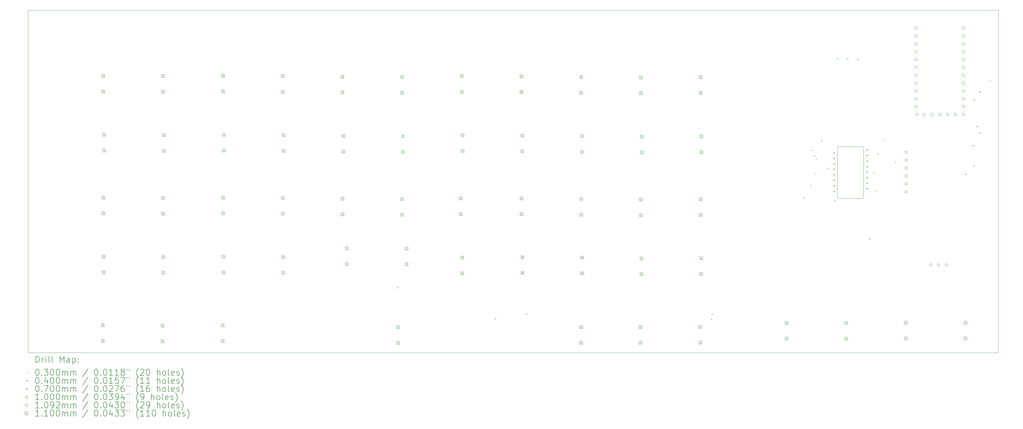
<source format=gbr>
%TF.GenerationSoftware,KiCad,Pcbnew,(6.0.7)*%
%TF.CreationDate,2023-01-06T19:07:40-08:00*%
%TF.ProjectId,openot rev2,6f70656e-6f74-4207-9265-76322e6b6963,rev?*%
%TF.SameCoordinates,Original*%
%TF.FileFunction,Drillmap*%
%TF.FilePolarity,Positive*%
%FSLAX45Y45*%
G04 Gerber Fmt 4.5, Leading zero omitted, Abs format (unit mm)*
G04 Created by KiCad (PCBNEW (6.0.7)) date 2023-01-06 19:07:40*
%MOMM*%
%LPD*%
G01*
G04 APERTURE LIST*
%ADD10C,0.100000*%
%ADD11C,0.200000*%
%ADD12C,0.030000*%
%ADD13C,0.040000*%
%ADD14C,0.070000*%
%ADD15C,0.109220*%
%ADD16C,0.110000*%
G04 APERTURE END LIST*
D10*
X32317768Y-13822223D02*
X33067768Y-13822223D01*
X32267768Y-13772223D02*
X32267768Y-12197223D01*
X32317768Y-12147223D02*
X33067768Y-12147223D01*
X32267766Y-13772223D02*
G75*
G03*
X32317768Y-13822223I50004J4D01*
G01*
X6099568Y-7738563D02*
X37478728Y-7738563D01*
X37478728Y-7738563D02*
X37478728Y-18818043D01*
X37478728Y-18818043D02*
X6099568Y-18818043D01*
X6099568Y-18818043D02*
X6099568Y-7738563D01*
X33117768Y-12197223D02*
X33117768Y-13772223D01*
X33117766Y-12197223D02*
G75*
G03*
X33067768Y-12147223I-49997J4D01*
G01*
X33067768Y-13822218D02*
G75*
G03*
X33117768Y-13772223I2J49998D01*
G01*
X32317768Y-12147218D02*
G75*
G03*
X32267768Y-12197223I2J-50002D01*
G01*
D11*
D12*
X18032000Y-16697000D02*
X18062000Y-16727000D01*
X18062000Y-16697000D02*
X18032000Y-16727000D01*
X21200000Y-17710000D02*
X21230000Y-17740000D01*
X21230000Y-17710000D02*
X21200000Y-17740000D01*
X22200000Y-17560000D02*
X22230000Y-17590000D01*
X22230000Y-17560000D02*
X22200000Y-17590000D01*
X28175000Y-17710000D02*
X28205000Y-17740000D01*
X28205000Y-17710000D02*
X28175000Y-17740000D01*
X28200000Y-17560000D02*
X28230000Y-17590000D01*
X28230000Y-17560000D02*
X28200000Y-17590000D01*
X31171568Y-13798423D02*
X31201568Y-13828423D01*
X31201568Y-13798423D02*
X31171568Y-13828423D01*
X31404968Y-13384223D02*
X31434968Y-13414223D01*
X31434968Y-13384223D02*
X31404968Y-13414223D01*
X31441568Y-12253423D02*
X31471568Y-12283423D01*
X31471568Y-12253423D02*
X31441568Y-12283423D01*
X31511568Y-12443423D02*
X31541568Y-12473423D01*
X31541568Y-12443423D02*
X31511568Y-12473423D01*
X31551568Y-13003423D02*
X31581568Y-13033423D01*
X31581568Y-13003423D02*
X31551568Y-13033423D01*
X31571568Y-12533423D02*
X31601568Y-12563423D01*
X31601568Y-12533423D02*
X31571568Y-12563423D01*
X31731568Y-11943423D02*
X31761568Y-11973423D01*
X31761568Y-11943423D02*
X31731568Y-11973423D01*
X31951568Y-12833423D02*
X31981568Y-12863423D01*
X31981568Y-12833423D02*
X31951568Y-12863423D01*
X32162845Y-13884700D02*
X32192845Y-13914700D01*
X32192845Y-13884700D02*
X32162845Y-13914700D01*
X33446568Y-12988423D02*
X33476568Y-13018423D01*
X33476568Y-12988423D02*
X33446568Y-13018423D01*
X33487768Y-13562023D02*
X33517768Y-13592023D01*
X33517768Y-13562023D02*
X33487768Y-13592023D01*
X33561568Y-12378423D02*
X33591568Y-12408423D01*
X33591568Y-12378423D02*
X33561568Y-12408423D01*
X33781568Y-11898423D02*
X33811568Y-11928423D01*
X33811568Y-11898423D02*
X33781568Y-11928423D01*
X34136467Y-12647623D02*
X34166467Y-12677623D01*
X34166467Y-12647623D02*
X34136467Y-12677623D01*
X37197028Y-10012972D02*
X37227028Y-10042972D01*
X37227028Y-10012972D02*
X37197028Y-10042972D01*
D13*
X32289188Y-9300663D02*
G75*
G03*
X32289188Y-9300663I-20000J0D01*
G01*
X32624468Y-9310823D02*
G75*
G03*
X32624468Y-9310823I-20000J0D01*
G01*
X32954668Y-9331143D02*
G75*
G03*
X32954668Y-9331143I-20000J0D01*
G01*
X33335668Y-15142663D02*
G75*
G03*
X33335668Y-15142663I-20000J0D01*
G01*
X36435000Y-13050000D02*
G75*
G03*
X36435000Y-13050000I-20000J0D01*
G01*
X36685000Y-12125000D02*
G75*
G03*
X36685000Y-12125000I-20000J0D01*
G01*
X36708788Y-12780463D02*
G75*
G03*
X36708788Y-12780463I-20000J0D01*
G01*
X36718948Y-10651943D02*
G75*
G03*
X36718948Y-10651943I-20000J0D01*
G01*
X36810000Y-11500000D02*
G75*
G03*
X36810000Y-11500000I-20000J0D01*
G01*
X36891668Y-10382703D02*
G75*
G03*
X36891668Y-10382703I-20000J0D01*
G01*
X36891668Y-11713663D02*
G75*
G03*
X36891668Y-11713663I-20000J0D01*
G01*
D14*
X32157668Y-12314223D02*
X32157668Y-12384223D01*
X32122668Y-12349223D02*
X32192668Y-12349223D01*
X32157668Y-12492223D02*
X32157668Y-12562223D01*
X32122668Y-12527223D02*
X32192668Y-12527223D01*
X32157668Y-12670223D02*
X32157668Y-12740223D01*
X32122668Y-12705223D02*
X32192668Y-12705223D01*
X32157668Y-12848223D02*
X32157668Y-12918223D01*
X32122668Y-12883223D02*
X32192668Y-12883223D01*
X32157668Y-13026223D02*
X32157668Y-13096223D01*
X32122668Y-13061223D02*
X32192668Y-13061223D01*
X32157668Y-13204223D02*
X32157668Y-13274223D01*
X32122668Y-13239223D02*
X32192668Y-13239223D01*
X32157668Y-13382223D02*
X32157668Y-13452223D01*
X32122668Y-13417223D02*
X32192668Y-13417223D01*
X32157668Y-13560223D02*
X32157668Y-13630223D01*
X32122668Y-13595223D02*
X32192668Y-13595223D01*
X33227668Y-12225223D02*
X33227668Y-12295223D01*
X33192668Y-12260223D02*
X33262668Y-12260223D01*
X33227668Y-12403223D02*
X33227668Y-12473223D01*
X33192668Y-12438223D02*
X33262668Y-12438223D01*
X33227668Y-12581223D02*
X33227668Y-12651223D01*
X33192668Y-12616223D02*
X33262668Y-12616223D01*
X33227668Y-12759223D02*
X33227668Y-12829223D01*
X33192668Y-12794223D02*
X33262668Y-12794223D01*
X33227668Y-12937223D02*
X33227668Y-13007223D01*
X33192668Y-12972223D02*
X33262668Y-12972223D01*
X33227668Y-13115223D02*
X33227668Y-13185223D01*
X33192668Y-13150223D02*
X33262668Y-13150223D01*
X33227668Y-13293223D02*
X33227668Y-13363223D01*
X33192668Y-13328223D02*
X33262668Y-13328223D01*
X33227668Y-13471223D02*
X33227668Y-13541223D01*
X33192668Y-13506223D02*
X33262668Y-13506223D01*
D10*
X34519424Y-12368779D02*
X34519424Y-12298068D01*
X34448713Y-12298068D01*
X34448713Y-12368779D01*
X34519424Y-12368779D01*
X34519424Y-12622779D02*
X34519424Y-12552068D01*
X34448713Y-12552068D01*
X34448713Y-12622779D01*
X34519424Y-12622779D01*
X34519424Y-12876779D02*
X34519424Y-12806068D01*
X34448713Y-12806068D01*
X34448713Y-12876779D01*
X34519424Y-12876779D01*
X34519424Y-13130779D02*
X34519424Y-13060068D01*
X34448713Y-13060068D01*
X34448713Y-13130779D01*
X34519424Y-13130779D01*
X34519424Y-13384779D02*
X34519424Y-13314068D01*
X34448713Y-13314068D01*
X34448713Y-13384779D01*
X34519424Y-13384779D01*
X34519424Y-13638779D02*
X34519424Y-13568068D01*
X34448713Y-13568068D01*
X34448713Y-13638779D01*
X34519424Y-13638779D01*
X35316984Y-16011139D02*
X35316984Y-15940428D01*
X35246273Y-15940428D01*
X35246273Y-16011139D01*
X35316984Y-16011139D01*
X35570984Y-16011139D02*
X35570984Y-15940428D01*
X35500273Y-15940428D01*
X35500273Y-16011139D01*
X35570984Y-16011139D01*
X35824984Y-16011139D02*
X35824984Y-15940428D01*
X35754273Y-15940428D01*
X35754273Y-16011139D01*
X35824984Y-16011139D01*
D15*
X34814268Y-8369753D02*
X34868878Y-8315143D01*
X34814268Y-8260533D01*
X34759658Y-8315143D01*
X34814268Y-8369753D01*
X34814268Y-8623753D02*
X34868878Y-8569143D01*
X34814268Y-8514533D01*
X34759658Y-8569143D01*
X34814268Y-8623753D01*
X34814268Y-8877753D02*
X34868878Y-8823143D01*
X34814268Y-8768533D01*
X34759658Y-8823143D01*
X34814268Y-8877753D01*
X34814268Y-9131753D02*
X34868878Y-9077143D01*
X34814268Y-9022533D01*
X34759658Y-9077143D01*
X34814268Y-9131753D01*
X34814268Y-9385753D02*
X34868878Y-9331143D01*
X34814268Y-9276533D01*
X34759658Y-9331143D01*
X34814268Y-9385753D01*
X34814268Y-9639753D02*
X34868878Y-9585143D01*
X34814268Y-9530533D01*
X34759658Y-9585143D01*
X34814268Y-9639753D01*
X34814268Y-9893753D02*
X34868878Y-9839143D01*
X34814268Y-9784533D01*
X34759658Y-9839143D01*
X34814268Y-9893753D01*
X34814268Y-10147753D02*
X34868878Y-10093143D01*
X34814268Y-10038533D01*
X34759658Y-10093143D01*
X34814268Y-10147753D01*
X34814268Y-10401753D02*
X34868878Y-10347143D01*
X34814268Y-10292533D01*
X34759658Y-10347143D01*
X34814268Y-10401753D01*
X34814268Y-10655753D02*
X34868878Y-10601143D01*
X34814268Y-10546533D01*
X34759658Y-10601143D01*
X34814268Y-10655753D01*
X34814268Y-10909753D02*
X34868878Y-10855143D01*
X34814268Y-10800533D01*
X34759658Y-10855143D01*
X34814268Y-10909753D01*
X34837128Y-11163753D02*
X34891738Y-11109143D01*
X34837128Y-11054533D01*
X34782518Y-11109143D01*
X34837128Y-11163753D01*
X35068268Y-11163753D02*
X35122878Y-11109143D01*
X35068268Y-11054533D01*
X35013658Y-11109143D01*
X35068268Y-11163753D01*
X35322268Y-11163753D02*
X35376878Y-11109143D01*
X35322268Y-11054533D01*
X35267658Y-11109143D01*
X35322268Y-11163753D01*
X35576268Y-11163753D02*
X35630878Y-11109143D01*
X35576268Y-11054533D01*
X35521658Y-11109143D01*
X35576268Y-11163753D01*
X35830268Y-11163753D02*
X35884878Y-11109143D01*
X35830268Y-11054533D01*
X35775658Y-11109143D01*
X35830268Y-11163753D01*
X36084268Y-11163753D02*
X36138878Y-11109143D01*
X36084268Y-11054533D01*
X36029658Y-11109143D01*
X36084268Y-11163753D01*
X36338268Y-8369753D02*
X36392878Y-8315143D01*
X36338268Y-8260533D01*
X36283658Y-8315143D01*
X36338268Y-8369753D01*
X36338268Y-8623753D02*
X36392878Y-8569143D01*
X36338268Y-8514533D01*
X36283658Y-8569143D01*
X36338268Y-8623753D01*
X36338268Y-8877753D02*
X36392878Y-8823143D01*
X36338268Y-8768533D01*
X36283658Y-8823143D01*
X36338268Y-8877753D01*
X36338268Y-9131753D02*
X36392878Y-9077143D01*
X36338268Y-9022533D01*
X36283658Y-9077143D01*
X36338268Y-9131753D01*
X36338268Y-9385753D02*
X36392878Y-9331143D01*
X36338268Y-9276533D01*
X36283658Y-9331143D01*
X36338268Y-9385753D01*
X36338268Y-9639753D02*
X36392878Y-9585143D01*
X36338268Y-9530533D01*
X36283658Y-9585143D01*
X36338268Y-9639753D01*
X36338268Y-9893753D02*
X36392878Y-9839143D01*
X36338268Y-9784533D01*
X36283658Y-9839143D01*
X36338268Y-9893753D01*
X36338268Y-10147753D02*
X36392878Y-10093143D01*
X36338268Y-10038533D01*
X36283658Y-10093143D01*
X36338268Y-10147753D01*
X36338268Y-10401753D02*
X36392878Y-10347143D01*
X36338268Y-10292533D01*
X36283658Y-10347143D01*
X36338268Y-10401753D01*
X36338268Y-10655753D02*
X36392878Y-10601143D01*
X36338268Y-10546533D01*
X36283658Y-10601143D01*
X36338268Y-10655753D01*
X36338268Y-10909753D02*
X36392878Y-10855143D01*
X36338268Y-10800533D01*
X36283658Y-10855143D01*
X36338268Y-10909753D01*
X36338268Y-11163753D02*
X36392878Y-11109143D01*
X36338268Y-11054533D01*
X36283658Y-11109143D01*
X36338268Y-11163753D01*
D16*
X8460300Y-17876200D02*
X8570300Y-17986200D01*
X8570300Y-17876200D02*
X8460300Y-17986200D01*
X8570300Y-17931200D02*
G75*
G03*
X8570300Y-17931200I-55000J0D01*
G01*
X8460300Y-18384200D02*
X8570300Y-18494200D01*
X8570300Y-18384200D02*
X8460300Y-18494200D01*
X8570300Y-18439200D02*
G75*
G03*
X8570300Y-18439200I-55000J0D01*
G01*
X8473000Y-9799000D02*
X8583000Y-9909000D01*
X8583000Y-9799000D02*
X8473000Y-9909000D01*
X8583000Y-9854000D02*
G75*
G03*
X8583000Y-9854000I-55000J0D01*
G01*
X8473000Y-10307000D02*
X8583000Y-10417000D01*
X8583000Y-10307000D02*
X8473000Y-10417000D01*
X8583000Y-10362000D02*
G75*
G03*
X8583000Y-10362000I-55000J0D01*
G01*
X8476027Y-13745950D02*
X8586027Y-13855950D01*
X8586027Y-13745950D02*
X8476027Y-13855950D01*
X8586027Y-13800950D02*
G75*
G03*
X8586027Y-13800950I-55000J0D01*
G01*
X8476027Y-14253950D02*
X8586027Y-14363950D01*
X8586027Y-14253950D02*
X8476027Y-14363950D01*
X8586027Y-14308950D02*
G75*
G03*
X8586027Y-14308950I-55000J0D01*
G01*
X8488727Y-15656030D02*
X8598727Y-15766030D01*
X8598727Y-15656030D02*
X8488727Y-15766030D01*
X8598727Y-15711030D02*
G75*
G03*
X8598727Y-15711030I-55000J0D01*
G01*
X8488727Y-16164030D02*
X8598727Y-16274030D01*
X8598727Y-16164030D02*
X8488727Y-16274030D01*
X8598727Y-16219030D02*
G75*
G03*
X8598727Y-16219030I-55000J0D01*
G01*
X8501427Y-11713950D02*
X8611427Y-11823950D01*
X8611427Y-11713950D02*
X8501427Y-11823950D01*
X8611427Y-11768950D02*
G75*
G03*
X8611427Y-11768950I-55000J0D01*
G01*
X8501427Y-12221950D02*
X8611427Y-12331950D01*
X8611427Y-12221950D02*
X8501427Y-12331950D01*
X8611427Y-12276950D02*
G75*
G03*
X8611427Y-12276950I-55000J0D01*
G01*
X10390700Y-17888900D02*
X10500700Y-17998900D01*
X10500700Y-17888900D02*
X10390700Y-17998900D01*
X10500700Y-17943900D02*
G75*
G03*
X10500700Y-17943900I-55000J0D01*
G01*
X10390700Y-18396900D02*
X10500700Y-18506900D01*
X10500700Y-18396900D02*
X10390700Y-18506900D01*
X10500700Y-18451900D02*
G75*
G03*
X10500700Y-18451900I-55000J0D01*
G01*
X10403400Y-9811700D02*
X10513400Y-9921700D01*
X10513400Y-9811700D02*
X10403400Y-9921700D01*
X10513400Y-9866700D02*
G75*
G03*
X10513400Y-9866700I-55000J0D01*
G01*
X10403400Y-10319700D02*
X10513400Y-10429700D01*
X10513400Y-10319700D02*
X10403400Y-10429700D01*
X10513400Y-10374700D02*
G75*
G03*
X10513400Y-10374700I-55000J0D01*
G01*
X10406427Y-13758650D02*
X10516427Y-13868650D01*
X10516427Y-13758650D02*
X10406427Y-13868650D01*
X10516427Y-13813650D02*
G75*
G03*
X10516427Y-13813650I-55000J0D01*
G01*
X10406427Y-14266650D02*
X10516427Y-14376650D01*
X10516427Y-14266650D02*
X10406427Y-14376650D01*
X10516427Y-14321650D02*
G75*
G03*
X10516427Y-14321650I-55000J0D01*
G01*
X10419127Y-15668730D02*
X10529127Y-15778730D01*
X10529127Y-15668730D02*
X10419127Y-15778730D01*
X10529127Y-15723730D02*
G75*
G03*
X10529127Y-15723730I-55000J0D01*
G01*
X10419127Y-16176730D02*
X10529127Y-16286730D01*
X10529127Y-16176730D02*
X10419127Y-16286730D01*
X10529127Y-16231730D02*
G75*
G03*
X10529127Y-16231730I-55000J0D01*
G01*
X10431827Y-11726650D02*
X10541827Y-11836650D01*
X10541827Y-11726650D02*
X10431827Y-11836650D01*
X10541827Y-11781650D02*
G75*
G03*
X10541827Y-11781650I-55000J0D01*
G01*
X10431827Y-12234650D02*
X10541827Y-12344650D01*
X10541827Y-12234650D02*
X10431827Y-12344650D01*
X10541827Y-12289650D02*
G75*
G03*
X10541827Y-12289650I-55000J0D01*
G01*
X12333800Y-17876200D02*
X12443800Y-17986200D01*
X12443800Y-17876200D02*
X12333800Y-17986200D01*
X12443800Y-17931200D02*
G75*
G03*
X12443800Y-17931200I-55000J0D01*
G01*
X12333800Y-18384200D02*
X12443800Y-18494200D01*
X12443800Y-18384200D02*
X12333800Y-18494200D01*
X12443800Y-18439200D02*
G75*
G03*
X12443800Y-18439200I-55000J0D01*
G01*
X12346500Y-9799000D02*
X12456500Y-9909000D01*
X12456500Y-9799000D02*
X12346500Y-9909000D01*
X12456500Y-9854000D02*
G75*
G03*
X12456500Y-9854000I-55000J0D01*
G01*
X12346500Y-10307000D02*
X12456500Y-10417000D01*
X12456500Y-10307000D02*
X12346500Y-10417000D01*
X12456500Y-10362000D02*
G75*
G03*
X12456500Y-10362000I-55000J0D01*
G01*
X12349527Y-13745950D02*
X12459527Y-13855950D01*
X12459527Y-13745950D02*
X12349527Y-13855950D01*
X12459527Y-13800950D02*
G75*
G03*
X12459527Y-13800950I-55000J0D01*
G01*
X12349527Y-14253950D02*
X12459527Y-14363950D01*
X12459527Y-14253950D02*
X12349527Y-14363950D01*
X12459527Y-14308950D02*
G75*
G03*
X12459527Y-14308950I-55000J0D01*
G01*
X12362227Y-15656030D02*
X12472227Y-15766030D01*
X12472227Y-15656030D02*
X12362227Y-15766030D01*
X12472227Y-15711030D02*
G75*
G03*
X12472227Y-15711030I-55000J0D01*
G01*
X12362227Y-16164030D02*
X12472227Y-16274030D01*
X12472227Y-16164030D02*
X12362227Y-16274030D01*
X12472227Y-16219030D02*
G75*
G03*
X12472227Y-16219030I-55000J0D01*
G01*
X12374927Y-11713950D02*
X12484927Y-11823950D01*
X12484927Y-11713950D02*
X12374927Y-11823950D01*
X12484927Y-11768950D02*
G75*
G03*
X12484927Y-11768950I-55000J0D01*
G01*
X12374927Y-12221950D02*
X12484927Y-12331950D01*
X12484927Y-12221950D02*
X12374927Y-12331950D01*
X12484927Y-12276950D02*
G75*
G03*
X12484927Y-12276950I-55000J0D01*
G01*
X14276900Y-9811700D02*
X14386900Y-9921700D01*
X14386900Y-9811700D02*
X14276900Y-9921700D01*
X14386900Y-9866700D02*
G75*
G03*
X14386900Y-9866700I-55000J0D01*
G01*
X14276900Y-10319700D02*
X14386900Y-10429700D01*
X14386900Y-10319700D02*
X14276900Y-10429700D01*
X14386900Y-10374700D02*
G75*
G03*
X14386900Y-10374700I-55000J0D01*
G01*
X14279927Y-13758650D02*
X14389927Y-13868650D01*
X14389927Y-13758650D02*
X14279927Y-13868650D01*
X14389927Y-13813650D02*
G75*
G03*
X14389927Y-13813650I-55000J0D01*
G01*
X14279927Y-14266650D02*
X14389927Y-14376650D01*
X14389927Y-14266650D02*
X14279927Y-14376650D01*
X14389927Y-14321650D02*
G75*
G03*
X14389927Y-14321650I-55000J0D01*
G01*
X14292627Y-15668730D02*
X14402627Y-15778730D01*
X14402627Y-15668730D02*
X14292627Y-15778730D01*
X14402627Y-15723730D02*
G75*
G03*
X14402627Y-15723730I-55000J0D01*
G01*
X14292627Y-16176730D02*
X14402627Y-16286730D01*
X14402627Y-16176730D02*
X14292627Y-16286730D01*
X14402627Y-16231730D02*
G75*
G03*
X14402627Y-16231730I-55000J0D01*
G01*
X14305327Y-11726650D02*
X14415327Y-11836650D01*
X14415327Y-11726650D02*
X14305327Y-11836650D01*
X14415327Y-11781650D02*
G75*
G03*
X14415327Y-11781650I-55000J0D01*
G01*
X14305327Y-12234650D02*
X14415327Y-12344650D01*
X14415327Y-12234650D02*
X14305327Y-12344650D01*
X14415327Y-12289650D02*
G75*
G03*
X14415327Y-12289650I-55000J0D01*
G01*
X16207300Y-9833482D02*
X16317300Y-9943482D01*
X16317300Y-9833482D02*
X16207300Y-9943482D01*
X16317300Y-9888482D02*
G75*
G03*
X16317300Y-9888482I-55000J0D01*
G01*
X16207300Y-10341482D02*
X16317300Y-10451482D01*
X16317300Y-10341482D02*
X16207300Y-10451482D01*
X16317300Y-10396482D02*
G75*
G03*
X16317300Y-10396482I-55000J0D01*
G01*
X16210327Y-13780431D02*
X16320327Y-13890431D01*
X16320327Y-13780431D02*
X16210327Y-13890431D01*
X16320327Y-13835431D02*
G75*
G03*
X16320327Y-13835431I-55000J0D01*
G01*
X16210327Y-14288431D02*
X16320327Y-14398431D01*
X16320327Y-14288431D02*
X16210327Y-14398431D01*
X16320327Y-14343431D02*
G75*
G03*
X16320327Y-14343431I-55000J0D01*
G01*
X16235727Y-11748431D02*
X16345727Y-11858431D01*
X16345727Y-11748431D02*
X16235727Y-11858431D01*
X16345727Y-11803431D02*
G75*
G03*
X16345727Y-11803431I-55000J0D01*
G01*
X16235727Y-12256431D02*
X16345727Y-12366431D01*
X16345727Y-12256431D02*
X16235727Y-12366431D01*
X16345727Y-12311431D02*
G75*
G03*
X16345727Y-12311431I-55000J0D01*
G01*
X16347000Y-15387000D02*
X16457000Y-15497000D01*
X16457000Y-15387000D02*
X16347000Y-15497000D01*
X16457000Y-15442000D02*
G75*
G03*
X16457000Y-15442000I-55000J0D01*
G01*
X16347000Y-15895000D02*
X16457000Y-16005000D01*
X16457000Y-15895000D02*
X16347000Y-16005000D01*
X16457000Y-15950000D02*
G75*
G03*
X16457000Y-15950000I-55000J0D01*
G01*
X18003080Y-17939910D02*
X18113080Y-18049910D01*
X18113080Y-17939910D02*
X18003080Y-18049910D01*
X18113080Y-17994910D02*
G75*
G03*
X18113080Y-17994910I-55000J0D01*
G01*
X18003080Y-18447910D02*
X18113080Y-18557910D01*
X18113080Y-18447910D02*
X18003080Y-18557910D01*
X18113080Y-18502910D02*
G75*
G03*
X18113080Y-18502910I-55000J0D01*
G01*
X18137700Y-9846182D02*
X18247700Y-9956182D01*
X18247700Y-9846182D02*
X18137700Y-9956182D01*
X18247700Y-9901182D02*
G75*
G03*
X18247700Y-9901182I-55000J0D01*
G01*
X18137700Y-10354182D02*
X18247700Y-10464182D01*
X18247700Y-10354182D02*
X18137700Y-10464182D01*
X18247700Y-10409182D02*
G75*
G03*
X18247700Y-10409182I-55000J0D01*
G01*
X18140727Y-13793131D02*
X18250727Y-13903131D01*
X18250727Y-13793131D02*
X18140727Y-13903131D01*
X18250727Y-13848131D02*
G75*
G03*
X18250727Y-13848131I-55000J0D01*
G01*
X18140727Y-14301131D02*
X18250727Y-14411131D01*
X18250727Y-14301131D02*
X18140727Y-14411131D01*
X18250727Y-14356131D02*
G75*
G03*
X18250727Y-14356131I-55000J0D01*
G01*
X18166127Y-11761131D02*
X18276127Y-11871131D01*
X18276127Y-11761131D02*
X18166127Y-11871131D01*
X18276127Y-11816131D02*
G75*
G03*
X18276127Y-11816131I-55000J0D01*
G01*
X18166127Y-12269131D02*
X18276127Y-12379131D01*
X18276127Y-12269131D02*
X18166127Y-12379131D01*
X18276127Y-12324131D02*
G75*
G03*
X18276127Y-12324131I-55000J0D01*
G01*
X18285000Y-15394218D02*
X18395000Y-15504218D01*
X18395000Y-15394218D02*
X18285000Y-15504218D01*
X18395000Y-15449218D02*
G75*
G03*
X18395000Y-15449218I-55000J0D01*
G01*
X18285000Y-15902218D02*
X18395000Y-16012218D01*
X18395000Y-15902218D02*
X18285000Y-16012218D01*
X18395000Y-15957218D02*
G75*
G03*
X18395000Y-15957218I-55000J0D01*
G01*
X20035000Y-13769218D02*
X20145000Y-13879218D01*
X20145000Y-13769218D02*
X20035000Y-13879218D01*
X20145000Y-13824218D02*
G75*
G03*
X20145000Y-13824218I-55000J0D01*
G01*
X20035000Y-14277218D02*
X20145000Y-14387218D01*
X20145000Y-14277218D02*
X20035000Y-14387218D01*
X20145000Y-14332218D02*
G75*
G03*
X20145000Y-14332218I-55000J0D01*
G01*
X20068100Y-9811700D02*
X20178100Y-9921700D01*
X20178100Y-9811700D02*
X20068100Y-9921700D01*
X20178100Y-9866700D02*
G75*
G03*
X20178100Y-9866700I-55000J0D01*
G01*
X20068100Y-10319700D02*
X20178100Y-10429700D01*
X20178100Y-10319700D02*
X20068100Y-10429700D01*
X20178100Y-10374700D02*
G75*
G03*
X20178100Y-10374700I-55000J0D01*
G01*
X20084313Y-15686683D02*
X20194313Y-15796683D01*
X20194313Y-15686683D02*
X20084313Y-15796683D01*
X20194313Y-15741683D02*
G75*
G03*
X20194313Y-15741683I-55000J0D01*
G01*
X20084313Y-16194683D02*
X20194313Y-16304683D01*
X20194313Y-16194683D02*
X20084313Y-16304683D01*
X20194313Y-16249683D02*
G75*
G03*
X20194313Y-16249683I-55000J0D01*
G01*
X20096527Y-11726650D02*
X20206527Y-11836650D01*
X20206527Y-11726650D02*
X20096527Y-11836650D01*
X20206527Y-11781650D02*
G75*
G03*
X20206527Y-11781650I-55000J0D01*
G01*
X20096527Y-12234650D02*
X20206527Y-12344650D01*
X20206527Y-12234650D02*
X20096527Y-12344650D01*
X20206527Y-12289650D02*
G75*
G03*
X20206527Y-12289650I-55000J0D01*
G01*
X21998500Y-9824400D02*
X22108500Y-9934400D01*
X22108500Y-9824400D02*
X21998500Y-9934400D01*
X22108500Y-9879400D02*
G75*
G03*
X22108500Y-9879400I-55000J0D01*
G01*
X21998500Y-10332400D02*
X22108500Y-10442400D01*
X22108500Y-10332400D02*
X21998500Y-10442400D01*
X22108500Y-10387400D02*
G75*
G03*
X22108500Y-10387400I-55000J0D01*
G01*
X22001527Y-13771350D02*
X22111527Y-13881350D01*
X22111527Y-13771350D02*
X22001527Y-13881350D01*
X22111527Y-13826350D02*
G75*
G03*
X22111527Y-13826350I-55000J0D01*
G01*
X22001527Y-14279350D02*
X22111527Y-14389350D01*
X22111527Y-14279350D02*
X22001527Y-14389350D01*
X22111527Y-14334350D02*
G75*
G03*
X22111527Y-14334350I-55000J0D01*
G01*
X22026927Y-11739350D02*
X22136927Y-11849350D01*
X22136927Y-11739350D02*
X22026927Y-11849350D01*
X22136927Y-11794350D02*
G75*
G03*
X22136927Y-11794350I-55000J0D01*
G01*
X22026927Y-12247350D02*
X22136927Y-12357350D01*
X22136927Y-12247350D02*
X22026927Y-12357350D01*
X22136927Y-12302350D02*
G75*
G03*
X22136927Y-12302350I-55000J0D01*
G01*
X22027413Y-15673983D02*
X22137413Y-15783983D01*
X22137413Y-15673983D02*
X22027413Y-15783983D01*
X22137413Y-15728983D02*
G75*
G03*
X22137413Y-15728983I-55000J0D01*
G01*
X22027413Y-16181983D02*
X22137413Y-16291983D01*
X22137413Y-16181983D02*
X22027413Y-16291983D01*
X22137413Y-16236983D02*
G75*
G03*
X22137413Y-16236983I-55000J0D01*
G01*
X23926360Y-17936082D02*
X24036360Y-18046082D01*
X24036360Y-17936082D02*
X23926360Y-18046082D01*
X24036360Y-17991082D02*
G75*
G03*
X24036360Y-17991082I-55000J0D01*
G01*
X23926360Y-18444082D02*
X24036360Y-18554082D01*
X24036360Y-18444082D02*
X23926360Y-18554082D01*
X24036360Y-18499082D02*
G75*
G03*
X24036360Y-18499082I-55000J0D01*
G01*
X23928900Y-9846182D02*
X24038900Y-9956182D01*
X24038900Y-9846182D02*
X23928900Y-9956182D01*
X24038900Y-9901182D02*
G75*
G03*
X24038900Y-9901182I-55000J0D01*
G01*
X23928900Y-10354182D02*
X24038900Y-10464182D01*
X24038900Y-10354182D02*
X23928900Y-10464182D01*
X24038900Y-10409182D02*
G75*
G03*
X24038900Y-10409182I-55000J0D01*
G01*
X23931927Y-13793131D02*
X24041927Y-13903131D01*
X24041927Y-13793131D02*
X23931927Y-13903131D01*
X24041927Y-13848131D02*
G75*
G03*
X24041927Y-13848131I-55000J0D01*
G01*
X23931927Y-14301131D02*
X24041927Y-14411131D01*
X24041927Y-14301131D02*
X23931927Y-14411131D01*
X24041927Y-14356131D02*
G75*
G03*
X24041927Y-14356131I-55000J0D01*
G01*
X23957327Y-11761131D02*
X24067327Y-11871131D01*
X24067327Y-11761131D02*
X23957327Y-11871131D01*
X24067327Y-11816131D02*
G75*
G03*
X24067327Y-11816131I-55000J0D01*
G01*
X23957327Y-12269131D02*
X24067327Y-12379131D01*
X24067327Y-12269131D02*
X23957327Y-12379131D01*
X24067327Y-12324131D02*
G75*
G03*
X24067327Y-12324131I-55000J0D01*
G01*
X23957813Y-15686683D02*
X24067813Y-15796683D01*
X24067813Y-15686683D02*
X23957813Y-15796683D01*
X24067813Y-15741683D02*
G75*
G03*
X24067813Y-15741683I-55000J0D01*
G01*
X23957813Y-16194683D02*
X24067813Y-16304683D01*
X24067813Y-16194683D02*
X23957813Y-16304683D01*
X24067813Y-16249683D02*
G75*
G03*
X24067813Y-16249683I-55000J0D01*
G01*
X25846600Y-17936082D02*
X25956600Y-18046082D01*
X25956600Y-17936082D02*
X25846600Y-18046082D01*
X25956600Y-17991082D02*
G75*
G03*
X25956600Y-17991082I-55000J0D01*
G01*
X25846600Y-18444082D02*
X25956600Y-18554082D01*
X25956600Y-18444082D02*
X25846600Y-18554082D01*
X25956600Y-18499082D02*
G75*
G03*
X25956600Y-18499082I-55000J0D01*
G01*
X25859300Y-9858882D02*
X25969300Y-9968882D01*
X25969300Y-9858882D02*
X25859300Y-9968882D01*
X25969300Y-9913882D02*
G75*
G03*
X25969300Y-9913882I-55000J0D01*
G01*
X25859300Y-10366882D02*
X25969300Y-10476882D01*
X25969300Y-10366882D02*
X25859300Y-10476882D01*
X25969300Y-10421882D02*
G75*
G03*
X25969300Y-10421882I-55000J0D01*
G01*
X25862327Y-13805831D02*
X25972327Y-13915831D01*
X25972327Y-13805831D02*
X25862327Y-13915831D01*
X25972327Y-13860831D02*
G75*
G03*
X25972327Y-13860831I-55000J0D01*
G01*
X25862327Y-14313831D02*
X25972327Y-14423831D01*
X25972327Y-14313831D02*
X25862327Y-14423831D01*
X25972327Y-14368831D02*
G75*
G03*
X25972327Y-14368831I-55000J0D01*
G01*
X25875027Y-15715911D02*
X25985027Y-15825911D01*
X25985027Y-15715911D02*
X25875027Y-15825911D01*
X25985027Y-15770911D02*
G75*
G03*
X25985027Y-15770911I-55000J0D01*
G01*
X25875027Y-16223911D02*
X25985027Y-16333911D01*
X25985027Y-16223911D02*
X25875027Y-16333911D01*
X25985027Y-16278911D02*
G75*
G03*
X25985027Y-16278911I-55000J0D01*
G01*
X25887727Y-11773831D02*
X25997727Y-11883831D01*
X25997727Y-11773831D02*
X25887727Y-11883831D01*
X25997727Y-11828831D02*
G75*
G03*
X25997727Y-11828831I-55000J0D01*
G01*
X25887727Y-12281831D02*
X25997727Y-12391831D01*
X25997727Y-12281831D02*
X25887727Y-12391831D01*
X25997727Y-12336831D02*
G75*
G03*
X25997727Y-12336831I-55000J0D01*
G01*
X27777000Y-17927000D02*
X27887000Y-18037000D01*
X27887000Y-17927000D02*
X27777000Y-18037000D01*
X27887000Y-17982000D02*
G75*
G03*
X27887000Y-17982000I-55000J0D01*
G01*
X27777000Y-18435000D02*
X27887000Y-18545000D01*
X27887000Y-18435000D02*
X27777000Y-18545000D01*
X27887000Y-18490000D02*
G75*
G03*
X27887000Y-18490000I-55000J0D01*
G01*
X27789700Y-9849800D02*
X27899700Y-9959800D01*
X27899700Y-9849800D02*
X27789700Y-9959800D01*
X27899700Y-9904800D02*
G75*
G03*
X27899700Y-9904800I-55000J0D01*
G01*
X27789700Y-10357800D02*
X27899700Y-10467800D01*
X27899700Y-10357800D02*
X27789700Y-10467800D01*
X27899700Y-10412800D02*
G75*
G03*
X27899700Y-10412800I-55000J0D01*
G01*
X27792727Y-13796750D02*
X27902727Y-13906750D01*
X27902727Y-13796750D02*
X27792727Y-13906750D01*
X27902727Y-13851750D02*
G75*
G03*
X27902727Y-13851750I-55000J0D01*
G01*
X27792727Y-14304750D02*
X27902727Y-14414750D01*
X27902727Y-14304750D02*
X27792727Y-14414750D01*
X27902727Y-14359750D02*
G75*
G03*
X27902727Y-14359750I-55000J0D01*
G01*
X27805427Y-15706830D02*
X27915427Y-15816830D01*
X27915427Y-15706830D02*
X27805427Y-15816830D01*
X27915427Y-15761830D02*
G75*
G03*
X27915427Y-15761830I-55000J0D01*
G01*
X27805427Y-16214830D02*
X27915427Y-16324830D01*
X27915427Y-16214830D02*
X27805427Y-16324830D01*
X27915427Y-16269830D02*
G75*
G03*
X27915427Y-16269830I-55000J0D01*
G01*
X27818127Y-11764750D02*
X27928127Y-11874750D01*
X27928127Y-11764750D02*
X27818127Y-11874750D01*
X27928127Y-11819750D02*
G75*
G03*
X27928127Y-11819750I-55000J0D01*
G01*
X27818127Y-12272750D02*
X27928127Y-12382750D01*
X27928127Y-12272750D02*
X27818127Y-12382750D01*
X27928127Y-12327750D02*
G75*
G03*
X27928127Y-12327750I-55000J0D01*
G01*
X30571000Y-17800000D02*
X30681000Y-17910000D01*
X30681000Y-17800000D02*
X30571000Y-17910000D01*
X30681000Y-17855000D02*
G75*
G03*
X30681000Y-17855000I-55000J0D01*
G01*
X30571000Y-18308000D02*
X30681000Y-18418000D01*
X30681000Y-18308000D02*
X30571000Y-18418000D01*
X30681000Y-18363000D02*
G75*
G03*
X30681000Y-18363000I-55000J0D01*
G01*
X32493780Y-17800000D02*
X32603780Y-17910000D01*
X32603780Y-17800000D02*
X32493780Y-17910000D01*
X32603780Y-17855000D02*
G75*
G03*
X32603780Y-17855000I-55000J0D01*
G01*
X32493780Y-18308000D02*
X32603780Y-18418000D01*
X32603780Y-18308000D02*
X32493780Y-18418000D01*
X32603780Y-18363000D02*
G75*
G03*
X32603780Y-18363000I-55000J0D01*
G01*
X34424180Y-17790918D02*
X34534180Y-17900918D01*
X34534180Y-17790918D02*
X34424180Y-17900918D01*
X34534180Y-17845918D02*
G75*
G03*
X34534180Y-17845918I-55000J0D01*
G01*
X34424180Y-18298918D02*
X34534180Y-18408918D01*
X34534180Y-18298918D02*
X34424180Y-18408918D01*
X34534180Y-18353918D02*
G75*
G03*
X34534180Y-18353918I-55000J0D01*
G01*
X36354580Y-17790918D02*
X36464580Y-17900918D01*
X36464580Y-17790918D02*
X36354580Y-17900918D01*
X36464580Y-17845918D02*
G75*
G03*
X36464580Y-17845918I-55000J0D01*
G01*
X36354580Y-18298918D02*
X36464580Y-18408918D01*
X36464580Y-18298918D02*
X36354580Y-18408918D01*
X36464580Y-18353918D02*
G75*
G03*
X36464580Y-18353918I-55000J0D01*
G01*
D11*
X6352187Y-19133520D02*
X6352187Y-18933520D01*
X6399806Y-18933520D01*
X6428378Y-18943043D01*
X6447425Y-18962091D01*
X6456949Y-18981139D01*
X6466473Y-19019234D01*
X6466473Y-19047805D01*
X6456949Y-19085901D01*
X6447425Y-19104948D01*
X6428378Y-19123996D01*
X6399806Y-19133520D01*
X6352187Y-19133520D01*
X6552187Y-19133520D02*
X6552187Y-19000186D01*
X6552187Y-19038281D02*
X6561711Y-19019234D01*
X6571235Y-19009710D01*
X6590282Y-19000186D01*
X6609330Y-19000186D01*
X6675997Y-19133520D02*
X6675997Y-19000186D01*
X6675997Y-18933520D02*
X6666473Y-18943043D01*
X6675997Y-18952567D01*
X6685521Y-18943043D01*
X6675997Y-18933520D01*
X6675997Y-18952567D01*
X6799806Y-19133520D02*
X6780759Y-19123996D01*
X6771235Y-19104948D01*
X6771235Y-18933520D01*
X6904568Y-19133520D02*
X6885521Y-19123996D01*
X6875997Y-19104948D01*
X6875997Y-18933520D01*
X7133140Y-19133520D02*
X7133140Y-18933520D01*
X7199806Y-19076377D01*
X7266473Y-18933520D01*
X7266473Y-19133520D01*
X7447425Y-19133520D02*
X7447425Y-19028758D01*
X7437902Y-19009710D01*
X7418854Y-19000186D01*
X7380759Y-19000186D01*
X7361711Y-19009710D01*
X7447425Y-19123996D02*
X7428378Y-19133520D01*
X7380759Y-19133520D01*
X7361711Y-19123996D01*
X7352187Y-19104948D01*
X7352187Y-19085901D01*
X7361711Y-19066853D01*
X7380759Y-19057329D01*
X7428378Y-19057329D01*
X7447425Y-19047805D01*
X7542663Y-19000186D02*
X7542663Y-19200186D01*
X7542663Y-19009710D02*
X7561711Y-19000186D01*
X7599806Y-19000186D01*
X7618854Y-19009710D01*
X7628378Y-19019234D01*
X7637902Y-19038281D01*
X7637902Y-19095424D01*
X7628378Y-19114472D01*
X7618854Y-19123996D01*
X7599806Y-19133520D01*
X7561711Y-19133520D01*
X7542663Y-19123996D01*
X7723616Y-19114472D02*
X7733140Y-19123996D01*
X7723616Y-19133520D01*
X7714092Y-19123996D01*
X7723616Y-19114472D01*
X7723616Y-19133520D01*
X7723616Y-19009710D02*
X7733140Y-19019234D01*
X7723616Y-19028758D01*
X7714092Y-19019234D01*
X7723616Y-19009710D01*
X7723616Y-19028758D01*
D12*
X6064568Y-19448043D02*
X6094568Y-19478043D01*
X6094568Y-19448043D02*
X6064568Y-19478043D01*
D11*
X6390282Y-19353520D02*
X6409330Y-19353520D01*
X6428378Y-19363043D01*
X6437902Y-19372567D01*
X6447425Y-19391615D01*
X6456949Y-19429710D01*
X6456949Y-19477329D01*
X6447425Y-19515424D01*
X6437902Y-19534472D01*
X6428378Y-19543996D01*
X6409330Y-19553520D01*
X6390282Y-19553520D01*
X6371235Y-19543996D01*
X6361711Y-19534472D01*
X6352187Y-19515424D01*
X6342663Y-19477329D01*
X6342663Y-19429710D01*
X6352187Y-19391615D01*
X6361711Y-19372567D01*
X6371235Y-19363043D01*
X6390282Y-19353520D01*
X6542663Y-19534472D02*
X6552187Y-19543996D01*
X6542663Y-19553520D01*
X6533140Y-19543996D01*
X6542663Y-19534472D01*
X6542663Y-19553520D01*
X6618854Y-19353520D02*
X6742663Y-19353520D01*
X6675997Y-19429710D01*
X6704568Y-19429710D01*
X6723616Y-19439234D01*
X6733140Y-19448758D01*
X6742663Y-19467805D01*
X6742663Y-19515424D01*
X6733140Y-19534472D01*
X6723616Y-19543996D01*
X6704568Y-19553520D01*
X6647425Y-19553520D01*
X6628378Y-19543996D01*
X6618854Y-19534472D01*
X6866473Y-19353520D02*
X6885521Y-19353520D01*
X6904568Y-19363043D01*
X6914092Y-19372567D01*
X6923616Y-19391615D01*
X6933140Y-19429710D01*
X6933140Y-19477329D01*
X6923616Y-19515424D01*
X6914092Y-19534472D01*
X6904568Y-19543996D01*
X6885521Y-19553520D01*
X6866473Y-19553520D01*
X6847425Y-19543996D01*
X6837902Y-19534472D01*
X6828378Y-19515424D01*
X6818854Y-19477329D01*
X6818854Y-19429710D01*
X6828378Y-19391615D01*
X6837902Y-19372567D01*
X6847425Y-19363043D01*
X6866473Y-19353520D01*
X7056949Y-19353520D02*
X7075997Y-19353520D01*
X7095044Y-19363043D01*
X7104568Y-19372567D01*
X7114092Y-19391615D01*
X7123616Y-19429710D01*
X7123616Y-19477329D01*
X7114092Y-19515424D01*
X7104568Y-19534472D01*
X7095044Y-19543996D01*
X7075997Y-19553520D01*
X7056949Y-19553520D01*
X7037902Y-19543996D01*
X7028378Y-19534472D01*
X7018854Y-19515424D01*
X7009330Y-19477329D01*
X7009330Y-19429710D01*
X7018854Y-19391615D01*
X7028378Y-19372567D01*
X7037902Y-19363043D01*
X7056949Y-19353520D01*
X7209330Y-19553520D02*
X7209330Y-19420186D01*
X7209330Y-19439234D02*
X7218854Y-19429710D01*
X7237902Y-19420186D01*
X7266473Y-19420186D01*
X7285521Y-19429710D01*
X7295044Y-19448758D01*
X7295044Y-19553520D01*
X7295044Y-19448758D02*
X7304568Y-19429710D01*
X7323616Y-19420186D01*
X7352187Y-19420186D01*
X7371235Y-19429710D01*
X7380759Y-19448758D01*
X7380759Y-19553520D01*
X7475997Y-19553520D02*
X7475997Y-19420186D01*
X7475997Y-19439234D02*
X7485521Y-19429710D01*
X7504568Y-19420186D01*
X7533140Y-19420186D01*
X7552187Y-19429710D01*
X7561711Y-19448758D01*
X7561711Y-19553520D01*
X7561711Y-19448758D02*
X7571235Y-19429710D01*
X7590282Y-19420186D01*
X7618854Y-19420186D01*
X7637902Y-19429710D01*
X7647425Y-19448758D01*
X7647425Y-19553520D01*
X8037902Y-19343996D02*
X7866473Y-19601139D01*
X8295044Y-19353520D02*
X8314092Y-19353520D01*
X8333140Y-19363043D01*
X8342663Y-19372567D01*
X8352187Y-19391615D01*
X8361711Y-19429710D01*
X8361711Y-19477329D01*
X8352187Y-19515424D01*
X8342663Y-19534472D01*
X8333140Y-19543996D01*
X8314092Y-19553520D01*
X8295044Y-19553520D01*
X8275997Y-19543996D01*
X8266473Y-19534472D01*
X8256949Y-19515424D01*
X8247425Y-19477329D01*
X8247425Y-19429710D01*
X8256949Y-19391615D01*
X8266473Y-19372567D01*
X8275997Y-19363043D01*
X8295044Y-19353520D01*
X8447425Y-19534472D02*
X8456949Y-19543996D01*
X8447425Y-19553520D01*
X8437902Y-19543996D01*
X8447425Y-19534472D01*
X8447425Y-19553520D01*
X8580759Y-19353520D02*
X8599806Y-19353520D01*
X8618854Y-19363043D01*
X8628378Y-19372567D01*
X8637902Y-19391615D01*
X8647425Y-19429710D01*
X8647425Y-19477329D01*
X8637902Y-19515424D01*
X8628378Y-19534472D01*
X8618854Y-19543996D01*
X8599806Y-19553520D01*
X8580759Y-19553520D01*
X8561711Y-19543996D01*
X8552187Y-19534472D01*
X8542664Y-19515424D01*
X8533140Y-19477329D01*
X8533140Y-19429710D01*
X8542664Y-19391615D01*
X8552187Y-19372567D01*
X8561711Y-19363043D01*
X8580759Y-19353520D01*
X8837902Y-19553520D02*
X8723616Y-19553520D01*
X8780759Y-19553520D02*
X8780759Y-19353520D01*
X8761711Y-19382091D01*
X8742664Y-19401139D01*
X8723616Y-19410662D01*
X9028378Y-19553520D02*
X8914092Y-19553520D01*
X8971235Y-19553520D02*
X8971235Y-19353520D01*
X8952187Y-19382091D01*
X8933140Y-19401139D01*
X8914092Y-19410662D01*
X9142664Y-19439234D02*
X9123616Y-19429710D01*
X9114092Y-19420186D01*
X9104568Y-19401139D01*
X9104568Y-19391615D01*
X9114092Y-19372567D01*
X9123616Y-19363043D01*
X9142664Y-19353520D01*
X9180759Y-19353520D01*
X9199806Y-19363043D01*
X9209330Y-19372567D01*
X9218854Y-19391615D01*
X9218854Y-19401139D01*
X9209330Y-19420186D01*
X9199806Y-19429710D01*
X9180759Y-19439234D01*
X9142664Y-19439234D01*
X9123616Y-19448758D01*
X9114092Y-19458281D01*
X9104568Y-19477329D01*
X9104568Y-19515424D01*
X9114092Y-19534472D01*
X9123616Y-19543996D01*
X9142664Y-19553520D01*
X9180759Y-19553520D01*
X9199806Y-19543996D01*
X9209330Y-19534472D01*
X9218854Y-19515424D01*
X9218854Y-19477329D01*
X9209330Y-19458281D01*
X9199806Y-19448758D01*
X9180759Y-19439234D01*
X9295044Y-19353520D02*
X9295044Y-19391615D01*
X9371235Y-19353520D02*
X9371235Y-19391615D01*
X9666473Y-19629710D02*
X9656949Y-19620186D01*
X9637902Y-19591615D01*
X9628378Y-19572567D01*
X9618854Y-19543996D01*
X9609330Y-19496377D01*
X9609330Y-19458281D01*
X9618854Y-19410662D01*
X9628378Y-19382091D01*
X9637902Y-19363043D01*
X9656949Y-19334472D01*
X9666473Y-19324948D01*
X9733140Y-19372567D02*
X9742664Y-19363043D01*
X9761711Y-19353520D01*
X9809330Y-19353520D01*
X9828378Y-19363043D01*
X9837902Y-19372567D01*
X9847425Y-19391615D01*
X9847425Y-19410662D01*
X9837902Y-19439234D01*
X9723616Y-19553520D01*
X9847425Y-19553520D01*
X9971235Y-19353520D02*
X9990283Y-19353520D01*
X10009330Y-19363043D01*
X10018854Y-19372567D01*
X10028378Y-19391615D01*
X10037902Y-19429710D01*
X10037902Y-19477329D01*
X10028378Y-19515424D01*
X10018854Y-19534472D01*
X10009330Y-19543996D01*
X9990283Y-19553520D01*
X9971235Y-19553520D01*
X9952187Y-19543996D01*
X9942664Y-19534472D01*
X9933140Y-19515424D01*
X9923616Y-19477329D01*
X9923616Y-19429710D01*
X9933140Y-19391615D01*
X9942664Y-19372567D01*
X9952187Y-19363043D01*
X9971235Y-19353520D01*
X10275997Y-19553520D02*
X10275997Y-19353520D01*
X10361711Y-19553520D02*
X10361711Y-19448758D01*
X10352187Y-19429710D01*
X10333140Y-19420186D01*
X10304568Y-19420186D01*
X10285521Y-19429710D01*
X10275997Y-19439234D01*
X10485521Y-19553520D02*
X10466473Y-19543996D01*
X10456949Y-19534472D01*
X10447425Y-19515424D01*
X10447425Y-19458281D01*
X10456949Y-19439234D01*
X10466473Y-19429710D01*
X10485521Y-19420186D01*
X10514092Y-19420186D01*
X10533140Y-19429710D01*
X10542664Y-19439234D01*
X10552187Y-19458281D01*
X10552187Y-19515424D01*
X10542664Y-19534472D01*
X10533140Y-19543996D01*
X10514092Y-19553520D01*
X10485521Y-19553520D01*
X10666473Y-19553520D02*
X10647425Y-19543996D01*
X10637902Y-19524948D01*
X10637902Y-19353520D01*
X10818854Y-19543996D02*
X10799806Y-19553520D01*
X10761711Y-19553520D01*
X10742664Y-19543996D01*
X10733140Y-19524948D01*
X10733140Y-19448758D01*
X10742664Y-19429710D01*
X10761711Y-19420186D01*
X10799806Y-19420186D01*
X10818854Y-19429710D01*
X10828378Y-19448758D01*
X10828378Y-19467805D01*
X10733140Y-19486853D01*
X10904568Y-19543996D02*
X10923616Y-19553520D01*
X10961711Y-19553520D01*
X10980759Y-19543996D01*
X10990283Y-19524948D01*
X10990283Y-19515424D01*
X10980759Y-19496377D01*
X10961711Y-19486853D01*
X10933140Y-19486853D01*
X10914092Y-19477329D01*
X10904568Y-19458281D01*
X10904568Y-19448758D01*
X10914092Y-19429710D01*
X10933140Y-19420186D01*
X10961711Y-19420186D01*
X10980759Y-19429710D01*
X11056949Y-19629710D02*
X11066473Y-19620186D01*
X11085521Y-19591615D01*
X11095044Y-19572567D01*
X11104568Y-19543996D01*
X11114092Y-19496377D01*
X11114092Y-19458281D01*
X11104568Y-19410662D01*
X11095044Y-19382091D01*
X11085521Y-19363043D01*
X11066473Y-19334472D01*
X11056949Y-19324948D01*
D13*
X6094568Y-19727043D02*
G75*
G03*
X6094568Y-19727043I-20000J0D01*
G01*
D11*
X6390282Y-19617520D02*
X6409330Y-19617520D01*
X6428378Y-19627043D01*
X6437902Y-19636567D01*
X6447425Y-19655615D01*
X6456949Y-19693710D01*
X6456949Y-19741329D01*
X6447425Y-19779424D01*
X6437902Y-19798472D01*
X6428378Y-19807996D01*
X6409330Y-19817520D01*
X6390282Y-19817520D01*
X6371235Y-19807996D01*
X6361711Y-19798472D01*
X6352187Y-19779424D01*
X6342663Y-19741329D01*
X6342663Y-19693710D01*
X6352187Y-19655615D01*
X6361711Y-19636567D01*
X6371235Y-19627043D01*
X6390282Y-19617520D01*
X6542663Y-19798472D02*
X6552187Y-19807996D01*
X6542663Y-19817520D01*
X6533140Y-19807996D01*
X6542663Y-19798472D01*
X6542663Y-19817520D01*
X6723616Y-19684186D02*
X6723616Y-19817520D01*
X6675997Y-19607996D02*
X6628378Y-19750853D01*
X6752187Y-19750853D01*
X6866473Y-19617520D02*
X6885521Y-19617520D01*
X6904568Y-19627043D01*
X6914092Y-19636567D01*
X6923616Y-19655615D01*
X6933140Y-19693710D01*
X6933140Y-19741329D01*
X6923616Y-19779424D01*
X6914092Y-19798472D01*
X6904568Y-19807996D01*
X6885521Y-19817520D01*
X6866473Y-19817520D01*
X6847425Y-19807996D01*
X6837902Y-19798472D01*
X6828378Y-19779424D01*
X6818854Y-19741329D01*
X6818854Y-19693710D01*
X6828378Y-19655615D01*
X6837902Y-19636567D01*
X6847425Y-19627043D01*
X6866473Y-19617520D01*
X7056949Y-19617520D02*
X7075997Y-19617520D01*
X7095044Y-19627043D01*
X7104568Y-19636567D01*
X7114092Y-19655615D01*
X7123616Y-19693710D01*
X7123616Y-19741329D01*
X7114092Y-19779424D01*
X7104568Y-19798472D01*
X7095044Y-19807996D01*
X7075997Y-19817520D01*
X7056949Y-19817520D01*
X7037902Y-19807996D01*
X7028378Y-19798472D01*
X7018854Y-19779424D01*
X7009330Y-19741329D01*
X7009330Y-19693710D01*
X7018854Y-19655615D01*
X7028378Y-19636567D01*
X7037902Y-19627043D01*
X7056949Y-19617520D01*
X7209330Y-19817520D02*
X7209330Y-19684186D01*
X7209330Y-19703234D02*
X7218854Y-19693710D01*
X7237902Y-19684186D01*
X7266473Y-19684186D01*
X7285521Y-19693710D01*
X7295044Y-19712758D01*
X7295044Y-19817520D01*
X7295044Y-19712758D02*
X7304568Y-19693710D01*
X7323616Y-19684186D01*
X7352187Y-19684186D01*
X7371235Y-19693710D01*
X7380759Y-19712758D01*
X7380759Y-19817520D01*
X7475997Y-19817520D02*
X7475997Y-19684186D01*
X7475997Y-19703234D02*
X7485521Y-19693710D01*
X7504568Y-19684186D01*
X7533140Y-19684186D01*
X7552187Y-19693710D01*
X7561711Y-19712758D01*
X7561711Y-19817520D01*
X7561711Y-19712758D02*
X7571235Y-19693710D01*
X7590282Y-19684186D01*
X7618854Y-19684186D01*
X7637902Y-19693710D01*
X7647425Y-19712758D01*
X7647425Y-19817520D01*
X8037902Y-19607996D02*
X7866473Y-19865139D01*
X8295044Y-19617520D02*
X8314092Y-19617520D01*
X8333140Y-19627043D01*
X8342663Y-19636567D01*
X8352187Y-19655615D01*
X8361711Y-19693710D01*
X8361711Y-19741329D01*
X8352187Y-19779424D01*
X8342663Y-19798472D01*
X8333140Y-19807996D01*
X8314092Y-19817520D01*
X8295044Y-19817520D01*
X8275997Y-19807996D01*
X8266473Y-19798472D01*
X8256949Y-19779424D01*
X8247425Y-19741329D01*
X8247425Y-19693710D01*
X8256949Y-19655615D01*
X8266473Y-19636567D01*
X8275997Y-19627043D01*
X8295044Y-19617520D01*
X8447425Y-19798472D02*
X8456949Y-19807996D01*
X8447425Y-19817520D01*
X8437902Y-19807996D01*
X8447425Y-19798472D01*
X8447425Y-19817520D01*
X8580759Y-19617520D02*
X8599806Y-19617520D01*
X8618854Y-19627043D01*
X8628378Y-19636567D01*
X8637902Y-19655615D01*
X8647425Y-19693710D01*
X8647425Y-19741329D01*
X8637902Y-19779424D01*
X8628378Y-19798472D01*
X8618854Y-19807996D01*
X8599806Y-19817520D01*
X8580759Y-19817520D01*
X8561711Y-19807996D01*
X8552187Y-19798472D01*
X8542664Y-19779424D01*
X8533140Y-19741329D01*
X8533140Y-19693710D01*
X8542664Y-19655615D01*
X8552187Y-19636567D01*
X8561711Y-19627043D01*
X8580759Y-19617520D01*
X8837902Y-19817520D02*
X8723616Y-19817520D01*
X8780759Y-19817520D02*
X8780759Y-19617520D01*
X8761711Y-19646091D01*
X8742664Y-19665139D01*
X8723616Y-19674662D01*
X9018854Y-19617520D02*
X8923616Y-19617520D01*
X8914092Y-19712758D01*
X8923616Y-19703234D01*
X8942664Y-19693710D01*
X8990283Y-19693710D01*
X9009330Y-19703234D01*
X9018854Y-19712758D01*
X9028378Y-19731805D01*
X9028378Y-19779424D01*
X9018854Y-19798472D01*
X9009330Y-19807996D01*
X8990283Y-19817520D01*
X8942664Y-19817520D01*
X8923616Y-19807996D01*
X8914092Y-19798472D01*
X9095044Y-19617520D02*
X9228378Y-19617520D01*
X9142664Y-19817520D01*
X9295044Y-19617520D02*
X9295044Y-19655615D01*
X9371235Y-19617520D02*
X9371235Y-19655615D01*
X9666473Y-19893710D02*
X9656949Y-19884186D01*
X9637902Y-19855615D01*
X9628378Y-19836567D01*
X9618854Y-19807996D01*
X9609330Y-19760377D01*
X9609330Y-19722281D01*
X9618854Y-19674662D01*
X9628378Y-19646091D01*
X9637902Y-19627043D01*
X9656949Y-19598472D01*
X9666473Y-19588948D01*
X9847425Y-19817520D02*
X9733140Y-19817520D01*
X9790283Y-19817520D02*
X9790283Y-19617520D01*
X9771235Y-19646091D01*
X9752187Y-19665139D01*
X9733140Y-19674662D01*
X10037902Y-19817520D02*
X9923616Y-19817520D01*
X9980759Y-19817520D02*
X9980759Y-19617520D01*
X9961711Y-19646091D01*
X9942664Y-19665139D01*
X9923616Y-19674662D01*
X10275997Y-19817520D02*
X10275997Y-19617520D01*
X10361711Y-19817520D02*
X10361711Y-19712758D01*
X10352187Y-19693710D01*
X10333140Y-19684186D01*
X10304568Y-19684186D01*
X10285521Y-19693710D01*
X10275997Y-19703234D01*
X10485521Y-19817520D02*
X10466473Y-19807996D01*
X10456949Y-19798472D01*
X10447425Y-19779424D01*
X10447425Y-19722281D01*
X10456949Y-19703234D01*
X10466473Y-19693710D01*
X10485521Y-19684186D01*
X10514092Y-19684186D01*
X10533140Y-19693710D01*
X10542664Y-19703234D01*
X10552187Y-19722281D01*
X10552187Y-19779424D01*
X10542664Y-19798472D01*
X10533140Y-19807996D01*
X10514092Y-19817520D01*
X10485521Y-19817520D01*
X10666473Y-19817520D02*
X10647425Y-19807996D01*
X10637902Y-19788948D01*
X10637902Y-19617520D01*
X10818854Y-19807996D02*
X10799806Y-19817520D01*
X10761711Y-19817520D01*
X10742664Y-19807996D01*
X10733140Y-19788948D01*
X10733140Y-19712758D01*
X10742664Y-19693710D01*
X10761711Y-19684186D01*
X10799806Y-19684186D01*
X10818854Y-19693710D01*
X10828378Y-19712758D01*
X10828378Y-19731805D01*
X10733140Y-19750853D01*
X10904568Y-19807996D02*
X10923616Y-19817520D01*
X10961711Y-19817520D01*
X10980759Y-19807996D01*
X10990283Y-19788948D01*
X10990283Y-19779424D01*
X10980759Y-19760377D01*
X10961711Y-19750853D01*
X10933140Y-19750853D01*
X10914092Y-19741329D01*
X10904568Y-19722281D01*
X10904568Y-19712758D01*
X10914092Y-19693710D01*
X10933140Y-19684186D01*
X10961711Y-19684186D01*
X10980759Y-19693710D01*
X11056949Y-19893710D02*
X11066473Y-19884186D01*
X11085521Y-19855615D01*
X11095044Y-19836567D01*
X11104568Y-19807996D01*
X11114092Y-19760377D01*
X11114092Y-19722281D01*
X11104568Y-19674662D01*
X11095044Y-19646091D01*
X11085521Y-19627043D01*
X11066473Y-19598472D01*
X11056949Y-19588948D01*
D14*
X6059568Y-19956043D02*
X6059568Y-20026043D01*
X6024568Y-19991043D02*
X6094568Y-19991043D01*
D11*
X6390282Y-19881520D02*
X6409330Y-19881520D01*
X6428378Y-19891043D01*
X6437902Y-19900567D01*
X6447425Y-19919615D01*
X6456949Y-19957710D01*
X6456949Y-20005329D01*
X6447425Y-20043424D01*
X6437902Y-20062472D01*
X6428378Y-20071996D01*
X6409330Y-20081520D01*
X6390282Y-20081520D01*
X6371235Y-20071996D01*
X6361711Y-20062472D01*
X6352187Y-20043424D01*
X6342663Y-20005329D01*
X6342663Y-19957710D01*
X6352187Y-19919615D01*
X6361711Y-19900567D01*
X6371235Y-19891043D01*
X6390282Y-19881520D01*
X6542663Y-20062472D02*
X6552187Y-20071996D01*
X6542663Y-20081520D01*
X6533140Y-20071996D01*
X6542663Y-20062472D01*
X6542663Y-20081520D01*
X6618854Y-19881520D02*
X6752187Y-19881520D01*
X6666473Y-20081520D01*
X6866473Y-19881520D02*
X6885521Y-19881520D01*
X6904568Y-19891043D01*
X6914092Y-19900567D01*
X6923616Y-19919615D01*
X6933140Y-19957710D01*
X6933140Y-20005329D01*
X6923616Y-20043424D01*
X6914092Y-20062472D01*
X6904568Y-20071996D01*
X6885521Y-20081520D01*
X6866473Y-20081520D01*
X6847425Y-20071996D01*
X6837902Y-20062472D01*
X6828378Y-20043424D01*
X6818854Y-20005329D01*
X6818854Y-19957710D01*
X6828378Y-19919615D01*
X6837902Y-19900567D01*
X6847425Y-19891043D01*
X6866473Y-19881520D01*
X7056949Y-19881520D02*
X7075997Y-19881520D01*
X7095044Y-19891043D01*
X7104568Y-19900567D01*
X7114092Y-19919615D01*
X7123616Y-19957710D01*
X7123616Y-20005329D01*
X7114092Y-20043424D01*
X7104568Y-20062472D01*
X7095044Y-20071996D01*
X7075997Y-20081520D01*
X7056949Y-20081520D01*
X7037902Y-20071996D01*
X7028378Y-20062472D01*
X7018854Y-20043424D01*
X7009330Y-20005329D01*
X7009330Y-19957710D01*
X7018854Y-19919615D01*
X7028378Y-19900567D01*
X7037902Y-19891043D01*
X7056949Y-19881520D01*
X7209330Y-20081520D02*
X7209330Y-19948186D01*
X7209330Y-19967234D02*
X7218854Y-19957710D01*
X7237902Y-19948186D01*
X7266473Y-19948186D01*
X7285521Y-19957710D01*
X7295044Y-19976758D01*
X7295044Y-20081520D01*
X7295044Y-19976758D02*
X7304568Y-19957710D01*
X7323616Y-19948186D01*
X7352187Y-19948186D01*
X7371235Y-19957710D01*
X7380759Y-19976758D01*
X7380759Y-20081520D01*
X7475997Y-20081520D02*
X7475997Y-19948186D01*
X7475997Y-19967234D02*
X7485521Y-19957710D01*
X7504568Y-19948186D01*
X7533140Y-19948186D01*
X7552187Y-19957710D01*
X7561711Y-19976758D01*
X7561711Y-20081520D01*
X7561711Y-19976758D02*
X7571235Y-19957710D01*
X7590282Y-19948186D01*
X7618854Y-19948186D01*
X7637902Y-19957710D01*
X7647425Y-19976758D01*
X7647425Y-20081520D01*
X8037902Y-19871996D02*
X7866473Y-20129139D01*
X8295044Y-19881520D02*
X8314092Y-19881520D01*
X8333140Y-19891043D01*
X8342663Y-19900567D01*
X8352187Y-19919615D01*
X8361711Y-19957710D01*
X8361711Y-20005329D01*
X8352187Y-20043424D01*
X8342663Y-20062472D01*
X8333140Y-20071996D01*
X8314092Y-20081520D01*
X8295044Y-20081520D01*
X8275997Y-20071996D01*
X8266473Y-20062472D01*
X8256949Y-20043424D01*
X8247425Y-20005329D01*
X8247425Y-19957710D01*
X8256949Y-19919615D01*
X8266473Y-19900567D01*
X8275997Y-19891043D01*
X8295044Y-19881520D01*
X8447425Y-20062472D02*
X8456949Y-20071996D01*
X8447425Y-20081520D01*
X8437902Y-20071996D01*
X8447425Y-20062472D01*
X8447425Y-20081520D01*
X8580759Y-19881520D02*
X8599806Y-19881520D01*
X8618854Y-19891043D01*
X8628378Y-19900567D01*
X8637902Y-19919615D01*
X8647425Y-19957710D01*
X8647425Y-20005329D01*
X8637902Y-20043424D01*
X8628378Y-20062472D01*
X8618854Y-20071996D01*
X8599806Y-20081520D01*
X8580759Y-20081520D01*
X8561711Y-20071996D01*
X8552187Y-20062472D01*
X8542664Y-20043424D01*
X8533140Y-20005329D01*
X8533140Y-19957710D01*
X8542664Y-19919615D01*
X8552187Y-19900567D01*
X8561711Y-19891043D01*
X8580759Y-19881520D01*
X8723616Y-19900567D02*
X8733140Y-19891043D01*
X8752187Y-19881520D01*
X8799806Y-19881520D01*
X8818854Y-19891043D01*
X8828378Y-19900567D01*
X8837902Y-19919615D01*
X8837902Y-19938662D01*
X8828378Y-19967234D01*
X8714092Y-20081520D01*
X8837902Y-20081520D01*
X8904568Y-19881520D02*
X9037902Y-19881520D01*
X8952187Y-20081520D01*
X9199806Y-19881520D02*
X9161711Y-19881520D01*
X9142664Y-19891043D01*
X9133140Y-19900567D01*
X9114092Y-19929139D01*
X9104568Y-19967234D01*
X9104568Y-20043424D01*
X9114092Y-20062472D01*
X9123616Y-20071996D01*
X9142664Y-20081520D01*
X9180759Y-20081520D01*
X9199806Y-20071996D01*
X9209330Y-20062472D01*
X9218854Y-20043424D01*
X9218854Y-19995805D01*
X9209330Y-19976758D01*
X9199806Y-19967234D01*
X9180759Y-19957710D01*
X9142664Y-19957710D01*
X9123616Y-19967234D01*
X9114092Y-19976758D01*
X9104568Y-19995805D01*
X9295044Y-19881520D02*
X9295044Y-19919615D01*
X9371235Y-19881520D02*
X9371235Y-19919615D01*
X9666473Y-20157710D02*
X9656949Y-20148186D01*
X9637902Y-20119615D01*
X9628378Y-20100567D01*
X9618854Y-20071996D01*
X9609330Y-20024377D01*
X9609330Y-19986281D01*
X9618854Y-19938662D01*
X9628378Y-19910091D01*
X9637902Y-19891043D01*
X9656949Y-19862472D01*
X9666473Y-19852948D01*
X9847425Y-20081520D02*
X9733140Y-20081520D01*
X9790283Y-20081520D02*
X9790283Y-19881520D01*
X9771235Y-19910091D01*
X9752187Y-19929139D01*
X9733140Y-19938662D01*
X10018854Y-19881520D02*
X9980759Y-19881520D01*
X9961711Y-19891043D01*
X9952187Y-19900567D01*
X9933140Y-19929139D01*
X9923616Y-19967234D01*
X9923616Y-20043424D01*
X9933140Y-20062472D01*
X9942664Y-20071996D01*
X9961711Y-20081520D01*
X9999806Y-20081520D01*
X10018854Y-20071996D01*
X10028378Y-20062472D01*
X10037902Y-20043424D01*
X10037902Y-19995805D01*
X10028378Y-19976758D01*
X10018854Y-19967234D01*
X9999806Y-19957710D01*
X9961711Y-19957710D01*
X9942664Y-19967234D01*
X9933140Y-19976758D01*
X9923616Y-19995805D01*
X10275997Y-20081520D02*
X10275997Y-19881520D01*
X10361711Y-20081520D02*
X10361711Y-19976758D01*
X10352187Y-19957710D01*
X10333140Y-19948186D01*
X10304568Y-19948186D01*
X10285521Y-19957710D01*
X10275997Y-19967234D01*
X10485521Y-20081520D02*
X10466473Y-20071996D01*
X10456949Y-20062472D01*
X10447425Y-20043424D01*
X10447425Y-19986281D01*
X10456949Y-19967234D01*
X10466473Y-19957710D01*
X10485521Y-19948186D01*
X10514092Y-19948186D01*
X10533140Y-19957710D01*
X10542664Y-19967234D01*
X10552187Y-19986281D01*
X10552187Y-20043424D01*
X10542664Y-20062472D01*
X10533140Y-20071996D01*
X10514092Y-20081520D01*
X10485521Y-20081520D01*
X10666473Y-20081520D02*
X10647425Y-20071996D01*
X10637902Y-20052948D01*
X10637902Y-19881520D01*
X10818854Y-20071996D02*
X10799806Y-20081520D01*
X10761711Y-20081520D01*
X10742664Y-20071996D01*
X10733140Y-20052948D01*
X10733140Y-19976758D01*
X10742664Y-19957710D01*
X10761711Y-19948186D01*
X10799806Y-19948186D01*
X10818854Y-19957710D01*
X10828378Y-19976758D01*
X10828378Y-19995805D01*
X10733140Y-20014853D01*
X10904568Y-20071996D02*
X10923616Y-20081520D01*
X10961711Y-20081520D01*
X10980759Y-20071996D01*
X10990283Y-20052948D01*
X10990283Y-20043424D01*
X10980759Y-20024377D01*
X10961711Y-20014853D01*
X10933140Y-20014853D01*
X10914092Y-20005329D01*
X10904568Y-19986281D01*
X10904568Y-19976758D01*
X10914092Y-19957710D01*
X10933140Y-19948186D01*
X10961711Y-19948186D01*
X10980759Y-19957710D01*
X11056949Y-20157710D02*
X11066473Y-20148186D01*
X11085521Y-20119615D01*
X11095044Y-20100567D01*
X11104568Y-20071996D01*
X11114092Y-20024377D01*
X11114092Y-19986281D01*
X11104568Y-19938662D01*
X11095044Y-19910091D01*
X11085521Y-19891043D01*
X11066473Y-19862472D01*
X11056949Y-19852948D01*
D10*
X6079924Y-20290399D02*
X6079924Y-20219688D01*
X6009213Y-20219688D01*
X6009213Y-20290399D01*
X6079924Y-20290399D01*
D11*
X6456949Y-20345520D02*
X6342663Y-20345520D01*
X6399806Y-20345520D02*
X6399806Y-20145520D01*
X6380759Y-20174091D01*
X6361711Y-20193139D01*
X6342663Y-20202662D01*
X6542663Y-20326472D02*
X6552187Y-20335996D01*
X6542663Y-20345520D01*
X6533140Y-20335996D01*
X6542663Y-20326472D01*
X6542663Y-20345520D01*
X6675997Y-20145520D02*
X6695044Y-20145520D01*
X6714092Y-20155043D01*
X6723616Y-20164567D01*
X6733140Y-20183615D01*
X6742663Y-20221710D01*
X6742663Y-20269329D01*
X6733140Y-20307424D01*
X6723616Y-20326472D01*
X6714092Y-20335996D01*
X6695044Y-20345520D01*
X6675997Y-20345520D01*
X6656949Y-20335996D01*
X6647425Y-20326472D01*
X6637902Y-20307424D01*
X6628378Y-20269329D01*
X6628378Y-20221710D01*
X6637902Y-20183615D01*
X6647425Y-20164567D01*
X6656949Y-20155043D01*
X6675997Y-20145520D01*
X6866473Y-20145520D02*
X6885521Y-20145520D01*
X6904568Y-20155043D01*
X6914092Y-20164567D01*
X6923616Y-20183615D01*
X6933140Y-20221710D01*
X6933140Y-20269329D01*
X6923616Y-20307424D01*
X6914092Y-20326472D01*
X6904568Y-20335996D01*
X6885521Y-20345520D01*
X6866473Y-20345520D01*
X6847425Y-20335996D01*
X6837902Y-20326472D01*
X6828378Y-20307424D01*
X6818854Y-20269329D01*
X6818854Y-20221710D01*
X6828378Y-20183615D01*
X6837902Y-20164567D01*
X6847425Y-20155043D01*
X6866473Y-20145520D01*
X7056949Y-20145520D02*
X7075997Y-20145520D01*
X7095044Y-20155043D01*
X7104568Y-20164567D01*
X7114092Y-20183615D01*
X7123616Y-20221710D01*
X7123616Y-20269329D01*
X7114092Y-20307424D01*
X7104568Y-20326472D01*
X7095044Y-20335996D01*
X7075997Y-20345520D01*
X7056949Y-20345520D01*
X7037902Y-20335996D01*
X7028378Y-20326472D01*
X7018854Y-20307424D01*
X7009330Y-20269329D01*
X7009330Y-20221710D01*
X7018854Y-20183615D01*
X7028378Y-20164567D01*
X7037902Y-20155043D01*
X7056949Y-20145520D01*
X7209330Y-20345520D02*
X7209330Y-20212186D01*
X7209330Y-20231234D02*
X7218854Y-20221710D01*
X7237902Y-20212186D01*
X7266473Y-20212186D01*
X7285521Y-20221710D01*
X7295044Y-20240758D01*
X7295044Y-20345520D01*
X7295044Y-20240758D02*
X7304568Y-20221710D01*
X7323616Y-20212186D01*
X7352187Y-20212186D01*
X7371235Y-20221710D01*
X7380759Y-20240758D01*
X7380759Y-20345520D01*
X7475997Y-20345520D02*
X7475997Y-20212186D01*
X7475997Y-20231234D02*
X7485521Y-20221710D01*
X7504568Y-20212186D01*
X7533140Y-20212186D01*
X7552187Y-20221710D01*
X7561711Y-20240758D01*
X7561711Y-20345520D01*
X7561711Y-20240758D02*
X7571235Y-20221710D01*
X7590282Y-20212186D01*
X7618854Y-20212186D01*
X7637902Y-20221710D01*
X7647425Y-20240758D01*
X7647425Y-20345520D01*
X8037902Y-20135996D02*
X7866473Y-20393139D01*
X8295044Y-20145520D02*
X8314092Y-20145520D01*
X8333140Y-20155043D01*
X8342663Y-20164567D01*
X8352187Y-20183615D01*
X8361711Y-20221710D01*
X8361711Y-20269329D01*
X8352187Y-20307424D01*
X8342663Y-20326472D01*
X8333140Y-20335996D01*
X8314092Y-20345520D01*
X8295044Y-20345520D01*
X8275997Y-20335996D01*
X8266473Y-20326472D01*
X8256949Y-20307424D01*
X8247425Y-20269329D01*
X8247425Y-20221710D01*
X8256949Y-20183615D01*
X8266473Y-20164567D01*
X8275997Y-20155043D01*
X8295044Y-20145520D01*
X8447425Y-20326472D02*
X8456949Y-20335996D01*
X8447425Y-20345520D01*
X8437902Y-20335996D01*
X8447425Y-20326472D01*
X8447425Y-20345520D01*
X8580759Y-20145520D02*
X8599806Y-20145520D01*
X8618854Y-20155043D01*
X8628378Y-20164567D01*
X8637902Y-20183615D01*
X8647425Y-20221710D01*
X8647425Y-20269329D01*
X8637902Y-20307424D01*
X8628378Y-20326472D01*
X8618854Y-20335996D01*
X8599806Y-20345520D01*
X8580759Y-20345520D01*
X8561711Y-20335996D01*
X8552187Y-20326472D01*
X8542664Y-20307424D01*
X8533140Y-20269329D01*
X8533140Y-20221710D01*
X8542664Y-20183615D01*
X8552187Y-20164567D01*
X8561711Y-20155043D01*
X8580759Y-20145520D01*
X8714092Y-20145520D02*
X8837902Y-20145520D01*
X8771235Y-20221710D01*
X8799806Y-20221710D01*
X8818854Y-20231234D01*
X8828378Y-20240758D01*
X8837902Y-20259805D01*
X8837902Y-20307424D01*
X8828378Y-20326472D01*
X8818854Y-20335996D01*
X8799806Y-20345520D01*
X8742664Y-20345520D01*
X8723616Y-20335996D01*
X8714092Y-20326472D01*
X8933140Y-20345520D02*
X8971235Y-20345520D01*
X8990283Y-20335996D01*
X8999806Y-20326472D01*
X9018854Y-20297901D01*
X9028378Y-20259805D01*
X9028378Y-20183615D01*
X9018854Y-20164567D01*
X9009330Y-20155043D01*
X8990283Y-20145520D01*
X8952187Y-20145520D01*
X8933140Y-20155043D01*
X8923616Y-20164567D01*
X8914092Y-20183615D01*
X8914092Y-20231234D01*
X8923616Y-20250281D01*
X8933140Y-20259805D01*
X8952187Y-20269329D01*
X8990283Y-20269329D01*
X9009330Y-20259805D01*
X9018854Y-20250281D01*
X9028378Y-20231234D01*
X9199806Y-20212186D02*
X9199806Y-20345520D01*
X9152187Y-20135996D02*
X9104568Y-20278853D01*
X9228378Y-20278853D01*
X9295044Y-20145520D02*
X9295044Y-20183615D01*
X9371235Y-20145520D02*
X9371235Y-20183615D01*
X9666473Y-20421710D02*
X9656949Y-20412186D01*
X9637902Y-20383615D01*
X9628378Y-20364567D01*
X9618854Y-20335996D01*
X9609330Y-20288377D01*
X9609330Y-20250281D01*
X9618854Y-20202662D01*
X9628378Y-20174091D01*
X9637902Y-20155043D01*
X9656949Y-20126472D01*
X9666473Y-20116948D01*
X9752187Y-20345520D02*
X9790283Y-20345520D01*
X9809330Y-20335996D01*
X9818854Y-20326472D01*
X9837902Y-20297901D01*
X9847425Y-20259805D01*
X9847425Y-20183615D01*
X9837902Y-20164567D01*
X9828378Y-20155043D01*
X9809330Y-20145520D01*
X9771235Y-20145520D01*
X9752187Y-20155043D01*
X9742664Y-20164567D01*
X9733140Y-20183615D01*
X9733140Y-20231234D01*
X9742664Y-20250281D01*
X9752187Y-20259805D01*
X9771235Y-20269329D01*
X9809330Y-20269329D01*
X9828378Y-20259805D01*
X9837902Y-20250281D01*
X9847425Y-20231234D01*
X10085521Y-20345520D02*
X10085521Y-20145520D01*
X10171235Y-20345520D02*
X10171235Y-20240758D01*
X10161711Y-20221710D01*
X10142664Y-20212186D01*
X10114092Y-20212186D01*
X10095044Y-20221710D01*
X10085521Y-20231234D01*
X10295044Y-20345520D02*
X10275997Y-20335996D01*
X10266473Y-20326472D01*
X10256949Y-20307424D01*
X10256949Y-20250281D01*
X10266473Y-20231234D01*
X10275997Y-20221710D01*
X10295044Y-20212186D01*
X10323616Y-20212186D01*
X10342664Y-20221710D01*
X10352187Y-20231234D01*
X10361711Y-20250281D01*
X10361711Y-20307424D01*
X10352187Y-20326472D01*
X10342664Y-20335996D01*
X10323616Y-20345520D01*
X10295044Y-20345520D01*
X10475997Y-20345520D02*
X10456949Y-20335996D01*
X10447425Y-20316948D01*
X10447425Y-20145520D01*
X10628378Y-20335996D02*
X10609330Y-20345520D01*
X10571235Y-20345520D01*
X10552187Y-20335996D01*
X10542664Y-20316948D01*
X10542664Y-20240758D01*
X10552187Y-20221710D01*
X10571235Y-20212186D01*
X10609330Y-20212186D01*
X10628378Y-20221710D01*
X10637902Y-20240758D01*
X10637902Y-20259805D01*
X10542664Y-20278853D01*
X10714092Y-20335996D02*
X10733140Y-20345520D01*
X10771235Y-20345520D01*
X10790283Y-20335996D01*
X10799806Y-20316948D01*
X10799806Y-20307424D01*
X10790283Y-20288377D01*
X10771235Y-20278853D01*
X10742664Y-20278853D01*
X10723616Y-20269329D01*
X10714092Y-20250281D01*
X10714092Y-20240758D01*
X10723616Y-20221710D01*
X10742664Y-20212186D01*
X10771235Y-20212186D01*
X10790283Y-20221710D01*
X10866473Y-20421710D02*
X10875997Y-20412186D01*
X10895044Y-20383615D01*
X10904568Y-20364567D01*
X10914092Y-20335996D01*
X10923616Y-20288377D01*
X10923616Y-20250281D01*
X10914092Y-20202662D01*
X10904568Y-20174091D01*
X10895044Y-20155043D01*
X10875997Y-20126472D01*
X10866473Y-20116948D01*
D15*
X6039958Y-20573653D02*
X6094568Y-20519043D01*
X6039958Y-20464433D01*
X5985348Y-20519043D01*
X6039958Y-20573653D01*
D11*
X6456949Y-20609520D02*
X6342663Y-20609520D01*
X6399806Y-20609520D02*
X6399806Y-20409520D01*
X6380759Y-20438091D01*
X6361711Y-20457139D01*
X6342663Y-20466662D01*
X6542663Y-20590472D02*
X6552187Y-20599996D01*
X6542663Y-20609520D01*
X6533140Y-20599996D01*
X6542663Y-20590472D01*
X6542663Y-20609520D01*
X6675997Y-20409520D02*
X6695044Y-20409520D01*
X6714092Y-20419043D01*
X6723616Y-20428567D01*
X6733140Y-20447615D01*
X6742663Y-20485710D01*
X6742663Y-20533329D01*
X6733140Y-20571424D01*
X6723616Y-20590472D01*
X6714092Y-20599996D01*
X6695044Y-20609520D01*
X6675997Y-20609520D01*
X6656949Y-20599996D01*
X6647425Y-20590472D01*
X6637902Y-20571424D01*
X6628378Y-20533329D01*
X6628378Y-20485710D01*
X6637902Y-20447615D01*
X6647425Y-20428567D01*
X6656949Y-20419043D01*
X6675997Y-20409520D01*
X6837902Y-20609520D02*
X6875997Y-20609520D01*
X6895044Y-20599996D01*
X6904568Y-20590472D01*
X6923616Y-20561901D01*
X6933140Y-20523805D01*
X6933140Y-20447615D01*
X6923616Y-20428567D01*
X6914092Y-20419043D01*
X6895044Y-20409520D01*
X6856949Y-20409520D01*
X6837902Y-20419043D01*
X6828378Y-20428567D01*
X6818854Y-20447615D01*
X6818854Y-20495234D01*
X6828378Y-20514281D01*
X6837902Y-20523805D01*
X6856949Y-20533329D01*
X6895044Y-20533329D01*
X6914092Y-20523805D01*
X6923616Y-20514281D01*
X6933140Y-20495234D01*
X7009330Y-20428567D02*
X7018854Y-20419043D01*
X7037902Y-20409520D01*
X7085521Y-20409520D01*
X7104568Y-20419043D01*
X7114092Y-20428567D01*
X7123616Y-20447615D01*
X7123616Y-20466662D01*
X7114092Y-20495234D01*
X6999806Y-20609520D01*
X7123616Y-20609520D01*
X7209330Y-20609520D02*
X7209330Y-20476186D01*
X7209330Y-20495234D02*
X7218854Y-20485710D01*
X7237902Y-20476186D01*
X7266473Y-20476186D01*
X7285521Y-20485710D01*
X7295044Y-20504758D01*
X7295044Y-20609520D01*
X7295044Y-20504758D02*
X7304568Y-20485710D01*
X7323616Y-20476186D01*
X7352187Y-20476186D01*
X7371235Y-20485710D01*
X7380759Y-20504758D01*
X7380759Y-20609520D01*
X7475997Y-20609520D02*
X7475997Y-20476186D01*
X7475997Y-20495234D02*
X7485521Y-20485710D01*
X7504568Y-20476186D01*
X7533140Y-20476186D01*
X7552187Y-20485710D01*
X7561711Y-20504758D01*
X7561711Y-20609520D01*
X7561711Y-20504758D02*
X7571235Y-20485710D01*
X7590282Y-20476186D01*
X7618854Y-20476186D01*
X7637902Y-20485710D01*
X7647425Y-20504758D01*
X7647425Y-20609520D01*
X8037902Y-20399996D02*
X7866473Y-20657139D01*
X8295044Y-20409520D02*
X8314092Y-20409520D01*
X8333140Y-20419043D01*
X8342663Y-20428567D01*
X8352187Y-20447615D01*
X8361711Y-20485710D01*
X8361711Y-20533329D01*
X8352187Y-20571424D01*
X8342663Y-20590472D01*
X8333140Y-20599996D01*
X8314092Y-20609520D01*
X8295044Y-20609520D01*
X8275997Y-20599996D01*
X8266473Y-20590472D01*
X8256949Y-20571424D01*
X8247425Y-20533329D01*
X8247425Y-20485710D01*
X8256949Y-20447615D01*
X8266473Y-20428567D01*
X8275997Y-20419043D01*
X8295044Y-20409520D01*
X8447425Y-20590472D02*
X8456949Y-20599996D01*
X8447425Y-20609520D01*
X8437902Y-20599996D01*
X8447425Y-20590472D01*
X8447425Y-20609520D01*
X8580759Y-20409520D02*
X8599806Y-20409520D01*
X8618854Y-20419043D01*
X8628378Y-20428567D01*
X8637902Y-20447615D01*
X8647425Y-20485710D01*
X8647425Y-20533329D01*
X8637902Y-20571424D01*
X8628378Y-20590472D01*
X8618854Y-20599996D01*
X8599806Y-20609520D01*
X8580759Y-20609520D01*
X8561711Y-20599996D01*
X8552187Y-20590472D01*
X8542664Y-20571424D01*
X8533140Y-20533329D01*
X8533140Y-20485710D01*
X8542664Y-20447615D01*
X8552187Y-20428567D01*
X8561711Y-20419043D01*
X8580759Y-20409520D01*
X8818854Y-20476186D02*
X8818854Y-20609520D01*
X8771235Y-20399996D02*
X8723616Y-20542853D01*
X8847425Y-20542853D01*
X8904568Y-20409520D02*
X9028378Y-20409520D01*
X8961711Y-20485710D01*
X8990283Y-20485710D01*
X9009330Y-20495234D01*
X9018854Y-20504758D01*
X9028378Y-20523805D01*
X9028378Y-20571424D01*
X9018854Y-20590472D01*
X9009330Y-20599996D01*
X8990283Y-20609520D01*
X8933140Y-20609520D01*
X8914092Y-20599996D01*
X8904568Y-20590472D01*
X9152187Y-20409520D02*
X9171235Y-20409520D01*
X9190283Y-20419043D01*
X9199806Y-20428567D01*
X9209330Y-20447615D01*
X9218854Y-20485710D01*
X9218854Y-20533329D01*
X9209330Y-20571424D01*
X9199806Y-20590472D01*
X9190283Y-20599996D01*
X9171235Y-20609520D01*
X9152187Y-20609520D01*
X9133140Y-20599996D01*
X9123616Y-20590472D01*
X9114092Y-20571424D01*
X9104568Y-20533329D01*
X9104568Y-20485710D01*
X9114092Y-20447615D01*
X9123616Y-20428567D01*
X9133140Y-20419043D01*
X9152187Y-20409520D01*
X9295044Y-20409520D02*
X9295044Y-20447615D01*
X9371235Y-20409520D02*
X9371235Y-20447615D01*
X9666473Y-20685710D02*
X9656949Y-20676186D01*
X9637902Y-20647615D01*
X9628378Y-20628567D01*
X9618854Y-20599996D01*
X9609330Y-20552377D01*
X9609330Y-20514281D01*
X9618854Y-20466662D01*
X9628378Y-20438091D01*
X9637902Y-20419043D01*
X9656949Y-20390472D01*
X9666473Y-20380948D01*
X9733140Y-20428567D02*
X9742664Y-20419043D01*
X9761711Y-20409520D01*
X9809330Y-20409520D01*
X9828378Y-20419043D01*
X9837902Y-20428567D01*
X9847425Y-20447615D01*
X9847425Y-20466662D01*
X9837902Y-20495234D01*
X9723616Y-20609520D01*
X9847425Y-20609520D01*
X9942664Y-20609520D02*
X9980759Y-20609520D01*
X9999806Y-20599996D01*
X10009330Y-20590472D01*
X10028378Y-20561901D01*
X10037902Y-20523805D01*
X10037902Y-20447615D01*
X10028378Y-20428567D01*
X10018854Y-20419043D01*
X9999806Y-20409520D01*
X9961711Y-20409520D01*
X9942664Y-20419043D01*
X9933140Y-20428567D01*
X9923616Y-20447615D01*
X9923616Y-20495234D01*
X9933140Y-20514281D01*
X9942664Y-20523805D01*
X9961711Y-20533329D01*
X9999806Y-20533329D01*
X10018854Y-20523805D01*
X10028378Y-20514281D01*
X10037902Y-20495234D01*
X10275997Y-20609520D02*
X10275997Y-20409520D01*
X10361711Y-20609520D02*
X10361711Y-20504758D01*
X10352187Y-20485710D01*
X10333140Y-20476186D01*
X10304568Y-20476186D01*
X10285521Y-20485710D01*
X10275997Y-20495234D01*
X10485521Y-20609520D02*
X10466473Y-20599996D01*
X10456949Y-20590472D01*
X10447425Y-20571424D01*
X10447425Y-20514281D01*
X10456949Y-20495234D01*
X10466473Y-20485710D01*
X10485521Y-20476186D01*
X10514092Y-20476186D01*
X10533140Y-20485710D01*
X10542664Y-20495234D01*
X10552187Y-20514281D01*
X10552187Y-20571424D01*
X10542664Y-20590472D01*
X10533140Y-20599996D01*
X10514092Y-20609520D01*
X10485521Y-20609520D01*
X10666473Y-20609520D02*
X10647425Y-20599996D01*
X10637902Y-20580948D01*
X10637902Y-20409520D01*
X10818854Y-20599996D02*
X10799806Y-20609520D01*
X10761711Y-20609520D01*
X10742664Y-20599996D01*
X10733140Y-20580948D01*
X10733140Y-20504758D01*
X10742664Y-20485710D01*
X10761711Y-20476186D01*
X10799806Y-20476186D01*
X10818854Y-20485710D01*
X10828378Y-20504758D01*
X10828378Y-20523805D01*
X10733140Y-20542853D01*
X10904568Y-20599996D02*
X10923616Y-20609520D01*
X10961711Y-20609520D01*
X10980759Y-20599996D01*
X10990283Y-20580948D01*
X10990283Y-20571424D01*
X10980759Y-20552377D01*
X10961711Y-20542853D01*
X10933140Y-20542853D01*
X10914092Y-20533329D01*
X10904568Y-20514281D01*
X10904568Y-20504758D01*
X10914092Y-20485710D01*
X10933140Y-20476186D01*
X10961711Y-20476186D01*
X10980759Y-20485710D01*
X11056949Y-20685710D02*
X11066473Y-20676186D01*
X11085521Y-20647615D01*
X11095044Y-20628567D01*
X11104568Y-20599996D01*
X11114092Y-20552377D01*
X11114092Y-20514281D01*
X11104568Y-20466662D01*
X11095044Y-20438091D01*
X11085521Y-20419043D01*
X11066473Y-20390472D01*
X11056949Y-20380948D01*
D16*
X5984568Y-20728043D02*
X6094568Y-20838043D01*
X6094568Y-20728043D02*
X5984568Y-20838043D01*
X6094568Y-20783043D02*
G75*
G03*
X6094568Y-20783043I-55000J0D01*
G01*
D11*
X6456949Y-20873520D02*
X6342663Y-20873520D01*
X6399806Y-20873520D02*
X6399806Y-20673520D01*
X6380759Y-20702091D01*
X6361711Y-20721139D01*
X6342663Y-20730662D01*
X6542663Y-20854472D02*
X6552187Y-20863996D01*
X6542663Y-20873520D01*
X6533140Y-20863996D01*
X6542663Y-20854472D01*
X6542663Y-20873520D01*
X6742663Y-20873520D02*
X6628378Y-20873520D01*
X6685521Y-20873520D02*
X6685521Y-20673520D01*
X6666473Y-20702091D01*
X6647425Y-20721139D01*
X6628378Y-20730662D01*
X6866473Y-20673520D02*
X6885521Y-20673520D01*
X6904568Y-20683043D01*
X6914092Y-20692567D01*
X6923616Y-20711615D01*
X6933140Y-20749710D01*
X6933140Y-20797329D01*
X6923616Y-20835424D01*
X6914092Y-20854472D01*
X6904568Y-20863996D01*
X6885521Y-20873520D01*
X6866473Y-20873520D01*
X6847425Y-20863996D01*
X6837902Y-20854472D01*
X6828378Y-20835424D01*
X6818854Y-20797329D01*
X6818854Y-20749710D01*
X6828378Y-20711615D01*
X6837902Y-20692567D01*
X6847425Y-20683043D01*
X6866473Y-20673520D01*
X7056949Y-20673520D02*
X7075997Y-20673520D01*
X7095044Y-20683043D01*
X7104568Y-20692567D01*
X7114092Y-20711615D01*
X7123616Y-20749710D01*
X7123616Y-20797329D01*
X7114092Y-20835424D01*
X7104568Y-20854472D01*
X7095044Y-20863996D01*
X7075997Y-20873520D01*
X7056949Y-20873520D01*
X7037902Y-20863996D01*
X7028378Y-20854472D01*
X7018854Y-20835424D01*
X7009330Y-20797329D01*
X7009330Y-20749710D01*
X7018854Y-20711615D01*
X7028378Y-20692567D01*
X7037902Y-20683043D01*
X7056949Y-20673520D01*
X7209330Y-20873520D02*
X7209330Y-20740186D01*
X7209330Y-20759234D02*
X7218854Y-20749710D01*
X7237902Y-20740186D01*
X7266473Y-20740186D01*
X7285521Y-20749710D01*
X7295044Y-20768758D01*
X7295044Y-20873520D01*
X7295044Y-20768758D02*
X7304568Y-20749710D01*
X7323616Y-20740186D01*
X7352187Y-20740186D01*
X7371235Y-20749710D01*
X7380759Y-20768758D01*
X7380759Y-20873520D01*
X7475997Y-20873520D02*
X7475997Y-20740186D01*
X7475997Y-20759234D02*
X7485521Y-20749710D01*
X7504568Y-20740186D01*
X7533140Y-20740186D01*
X7552187Y-20749710D01*
X7561711Y-20768758D01*
X7561711Y-20873520D01*
X7561711Y-20768758D02*
X7571235Y-20749710D01*
X7590282Y-20740186D01*
X7618854Y-20740186D01*
X7637902Y-20749710D01*
X7647425Y-20768758D01*
X7647425Y-20873520D01*
X8037902Y-20663996D02*
X7866473Y-20921139D01*
X8295044Y-20673520D02*
X8314092Y-20673520D01*
X8333140Y-20683043D01*
X8342663Y-20692567D01*
X8352187Y-20711615D01*
X8361711Y-20749710D01*
X8361711Y-20797329D01*
X8352187Y-20835424D01*
X8342663Y-20854472D01*
X8333140Y-20863996D01*
X8314092Y-20873520D01*
X8295044Y-20873520D01*
X8275997Y-20863996D01*
X8266473Y-20854472D01*
X8256949Y-20835424D01*
X8247425Y-20797329D01*
X8247425Y-20749710D01*
X8256949Y-20711615D01*
X8266473Y-20692567D01*
X8275997Y-20683043D01*
X8295044Y-20673520D01*
X8447425Y-20854472D02*
X8456949Y-20863996D01*
X8447425Y-20873520D01*
X8437902Y-20863996D01*
X8447425Y-20854472D01*
X8447425Y-20873520D01*
X8580759Y-20673520D02*
X8599806Y-20673520D01*
X8618854Y-20683043D01*
X8628378Y-20692567D01*
X8637902Y-20711615D01*
X8647425Y-20749710D01*
X8647425Y-20797329D01*
X8637902Y-20835424D01*
X8628378Y-20854472D01*
X8618854Y-20863996D01*
X8599806Y-20873520D01*
X8580759Y-20873520D01*
X8561711Y-20863996D01*
X8552187Y-20854472D01*
X8542664Y-20835424D01*
X8533140Y-20797329D01*
X8533140Y-20749710D01*
X8542664Y-20711615D01*
X8552187Y-20692567D01*
X8561711Y-20683043D01*
X8580759Y-20673520D01*
X8818854Y-20740186D02*
X8818854Y-20873520D01*
X8771235Y-20663996D02*
X8723616Y-20806853D01*
X8847425Y-20806853D01*
X8904568Y-20673520D02*
X9028378Y-20673520D01*
X8961711Y-20749710D01*
X8990283Y-20749710D01*
X9009330Y-20759234D01*
X9018854Y-20768758D01*
X9028378Y-20787805D01*
X9028378Y-20835424D01*
X9018854Y-20854472D01*
X9009330Y-20863996D01*
X8990283Y-20873520D01*
X8933140Y-20873520D01*
X8914092Y-20863996D01*
X8904568Y-20854472D01*
X9095044Y-20673520D02*
X9218854Y-20673520D01*
X9152187Y-20749710D01*
X9180759Y-20749710D01*
X9199806Y-20759234D01*
X9209330Y-20768758D01*
X9218854Y-20787805D01*
X9218854Y-20835424D01*
X9209330Y-20854472D01*
X9199806Y-20863996D01*
X9180759Y-20873520D01*
X9123616Y-20873520D01*
X9104568Y-20863996D01*
X9095044Y-20854472D01*
X9295044Y-20673520D02*
X9295044Y-20711615D01*
X9371235Y-20673520D02*
X9371235Y-20711615D01*
X9666473Y-20949710D02*
X9656949Y-20940186D01*
X9637902Y-20911615D01*
X9628378Y-20892567D01*
X9618854Y-20863996D01*
X9609330Y-20816377D01*
X9609330Y-20778281D01*
X9618854Y-20730662D01*
X9628378Y-20702091D01*
X9637902Y-20683043D01*
X9656949Y-20654472D01*
X9666473Y-20644948D01*
X9847425Y-20873520D02*
X9733140Y-20873520D01*
X9790283Y-20873520D02*
X9790283Y-20673520D01*
X9771235Y-20702091D01*
X9752187Y-20721139D01*
X9733140Y-20730662D01*
X10037902Y-20873520D02*
X9923616Y-20873520D01*
X9980759Y-20873520D02*
X9980759Y-20673520D01*
X9961711Y-20702091D01*
X9942664Y-20721139D01*
X9923616Y-20730662D01*
X10161711Y-20673520D02*
X10180759Y-20673520D01*
X10199806Y-20683043D01*
X10209330Y-20692567D01*
X10218854Y-20711615D01*
X10228378Y-20749710D01*
X10228378Y-20797329D01*
X10218854Y-20835424D01*
X10209330Y-20854472D01*
X10199806Y-20863996D01*
X10180759Y-20873520D01*
X10161711Y-20873520D01*
X10142664Y-20863996D01*
X10133140Y-20854472D01*
X10123616Y-20835424D01*
X10114092Y-20797329D01*
X10114092Y-20749710D01*
X10123616Y-20711615D01*
X10133140Y-20692567D01*
X10142664Y-20683043D01*
X10161711Y-20673520D01*
X10466473Y-20873520D02*
X10466473Y-20673520D01*
X10552187Y-20873520D02*
X10552187Y-20768758D01*
X10542664Y-20749710D01*
X10523616Y-20740186D01*
X10495044Y-20740186D01*
X10475997Y-20749710D01*
X10466473Y-20759234D01*
X10675997Y-20873520D02*
X10656949Y-20863996D01*
X10647425Y-20854472D01*
X10637902Y-20835424D01*
X10637902Y-20778281D01*
X10647425Y-20759234D01*
X10656949Y-20749710D01*
X10675997Y-20740186D01*
X10704568Y-20740186D01*
X10723616Y-20749710D01*
X10733140Y-20759234D01*
X10742664Y-20778281D01*
X10742664Y-20835424D01*
X10733140Y-20854472D01*
X10723616Y-20863996D01*
X10704568Y-20873520D01*
X10675997Y-20873520D01*
X10856949Y-20873520D02*
X10837902Y-20863996D01*
X10828378Y-20844948D01*
X10828378Y-20673520D01*
X11009330Y-20863996D02*
X10990283Y-20873520D01*
X10952187Y-20873520D01*
X10933140Y-20863996D01*
X10923616Y-20844948D01*
X10923616Y-20768758D01*
X10933140Y-20749710D01*
X10952187Y-20740186D01*
X10990283Y-20740186D01*
X11009330Y-20749710D01*
X11018854Y-20768758D01*
X11018854Y-20787805D01*
X10923616Y-20806853D01*
X11095044Y-20863996D02*
X11114092Y-20873520D01*
X11152187Y-20873520D01*
X11171235Y-20863996D01*
X11180759Y-20844948D01*
X11180759Y-20835424D01*
X11171235Y-20816377D01*
X11152187Y-20806853D01*
X11123616Y-20806853D01*
X11104568Y-20797329D01*
X11095044Y-20778281D01*
X11095044Y-20768758D01*
X11104568Y-20749710D01*
X11123616Y-20740186D01*
X11152187Y-20740186D01*
X11171235Y-20749710D01*
X11247425Y-20949710D02*
X11256949Y-20940186D01*
X11275997Y-20911615D01*
X11285521Y-20892567D01*
X11295044Y-20863996D01*
X11304568Y-20816377D01*
X11304568Y-20778281D01*
X11295044Y-20730662D01*
X11285521Y-20702091D01*
X11275997Y-20683043D01*
X11256949Y-20654472D01*
X11247425Y-20644948D01*
M02*

</source>
